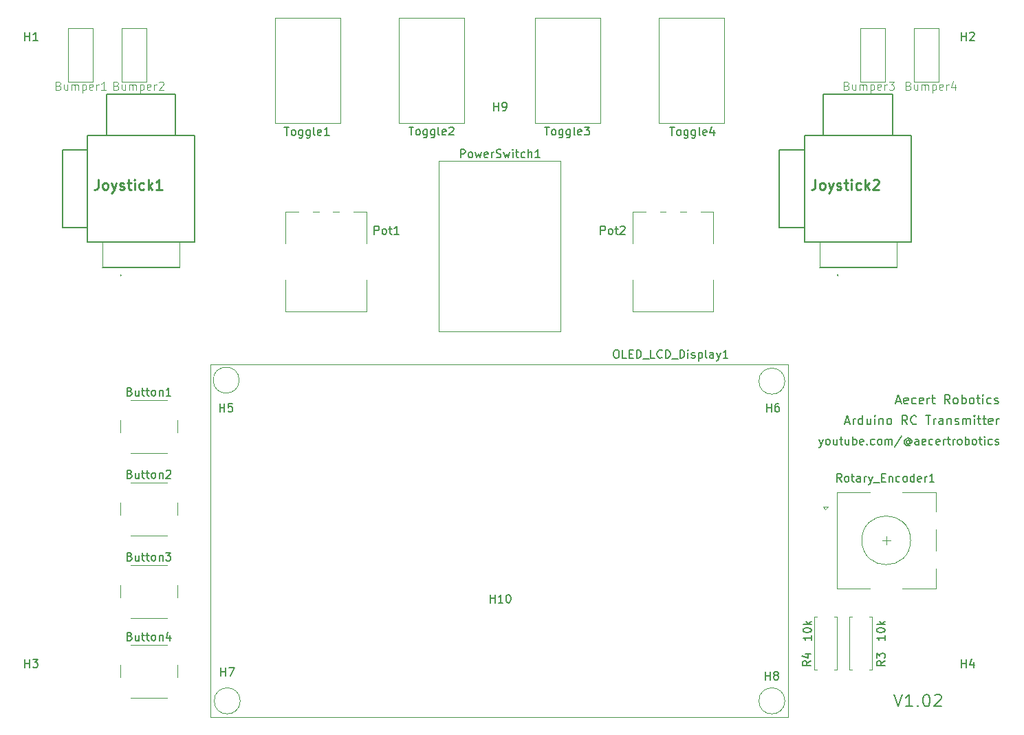
<source format=gbr>
%TF.GenerationSoftware,KiCad,Pcbnew,7.0.8*%
%TF.CreationDate,2023-11-22T02:38:27-05:00*%
%TF.ProjectId,RCTransmitterAecertRobotics,52435472-616e-4736-9d69-747465724165,rev?*%
%TF.SameCoordinates,Original*%
%TF.FileFunction,Legend,Top*%
%TF.FilePolarity,Positive*%
%FSLAX46Y46*%
G04 Gerber Fmt 4.6, Leading zero omitted, Abs format (unit mm)*
G04 Created by KiCad (PCBNEW 7.0.8) date 2023-11-22 02:38:27*
%MOMM*%
%LPD*%
G01*
G04 APERTURE LIST*
%ADD10C,0.130000*%
%ADD11C,0.150000*%
%ADD12C,0.254000*%
%ADD13C,0.100000*%
%ADD14C,0.200000*%
%ADD15C,0.120000*%
G04 APERTURE END LIST*
D10*
X180320757Y-106977192D02*
X180558852Y-107643859D01*
X180796947Y-106977192D02*
X180558852Y-107643859D01*
X180558852Y-107643859D02*
X180463614Y-107881954D01*
X180463614Y-107881954D02*
X180415995Y-107929573D01*
X180415995Y-107929573D02*
X180320757Y-107977192D01*
X181320757Y-107643859D02*
X181225519Y-107596240D01*
X181225519Y-107596240D02*
X181177900Y-107548620D01*
X181177900Y-107548620D02*
X181130281Y-107453382D01*
X181130281Y-107453382D02*
X181130281Y-107167668D01*
X181130281Y-107167668D02*
X181177900Y-107072430D01*
X181177900Y-107072430D02*
X181225519Y-107024811D01*
X181225519Y-107024811D02*
X181320757Y-106977192D01*
X181320757Y-106977192D02*
X181463614Y-106977192D01*
X181463614Y-106977192D02*
X181558852Y-107024811D01*
X181558852Y-107024811D02*
X181606471Y-107072430D01*
X181606471Y-107072430D02*
X181654090Y-107167668D01*
X181654090Y-107167668D02*
X181654090Y-107453382D01*
X181654090Y-107453382D02*
X181606471Y-107548620D01*
X181606471Y-107548620D02*
X181558852Y-107596240D01*
X181558852Y-107596240D02*
X181463614Y-107643859D01*
X181463614Y-107643859D02*
X181320757Y-107643859D01*
X182511233Y-106977192D02*
X182511233Y-107643859D01*
X182082662Y-106977192D02*
X182082662Y-107501001D01*
X182082662Y-107501001D02*
X182130281Y-107596240D01*
X182130281Y-107596240D02*
X182225519Y-107643859D01*
X182225519Y-107643859D02*
X182368376Y-107643859D01*
X182368376Y-107643859D02*
X182463614Y-107596240D01*
X182463614Y-107596240D02*
X182511233Y-107548620D01*
X182844567Y-106977192D02*
X183225519Y-106977192D01*
X182987424Y-106643859D02*
X182987424Y-107501001D01*
X182987424Y-107501001D02*
X183035043Y-107596240D01*
X183035043Y-107596240D02*
X183130281Y-107643859D01*
X183130281Y-107643859D02*
X183225519Y-107643859D01*
X183987424Y-106977192D02*
X183987424Y-107643859D01*
X183558853Y-106977192D02*
X183558853Y-107501001D01*
X183558853Y-107501001D02*
X183606472Y-107596240D01*
X183606472Y-107596240D02*
X183701710Y-107643859D01*
X183701710Y-107643859D02*
X183844567Y-107643859D01*
X183844567Y-107643859D02*
X183939805Y-107596240D01*
X183939805Y-107596240D02*
X183987424Y-107548620D01*
X184463615Y-107643859D02*
X184463615Y-106643859D01*
X184463615Y-107024811D02*
X184558853Y-106977192D01*
X184558853Y-106977192D02*
X184749329Y-106977192D01*
X184749329Y-106977192D02*
X184844567Y-107024811D01*
X184844567Y-107024811D02*
X184892186Y-107072430D01*
X184892186Y-107072430D02*
X184939805Y-107167668D01*
X184939805Y-107167668D02*
X184939805Y-107453382D01*
X184939805Y-107453382D02*
X184892186Y-107548620D01*
X184892186Y-107548620D02*
X184844567Y-107596240D01*
X184844567Y-107596240D02*
X184749329Y-107643859D01*
X184749329Y-107643859D02*
X184558853Y-107643859D01*
X184558853Y-107643859D02*
X184463615Y-107596240D01*
X185749329Y-107596240D02*
X185654091Y-107643859D01*
X185654091Y-107643859D02*
X185463615Y-107643859D01*
X185463615Y-107643859D02*
X185368377Y-107596240D01*
X185368377Y-107596240D02*
X185320758Y-107501001D01*
X185320758Y-107501001D02*
X185320758Y-107120049D01*
X185320758Y-107120049D02*
X185368377Y-107024811D01*
X185368377Y-107024811D02*
X185463615Y-106977192D01*
X185463615Y-106977192D02*
X185654091Y-106977192D01*
X185654091Y-106977192D02*
X185749329Y-107024811D01*
X185749329Y-107024811D02*
X185796948Y-107120049D01*
X185796948Y-107120049D02*
X185796948Y-107215287D01*
X185796948Y-107215287D02*
X185320758Y-107310525D01*
X186225520Y-107548620D02*
X186273139Y-107596240D01*
X186273139Y-107596240D02*
X186225520Y-107643859D01*
X186225520Y-107643859D02*
X186177901Y-107596240D01*
X186177901Y-107596240D02*
X186225520Y-107548620D01*
X186225520Y-107548620D02*
X186225520Y-107643859D01*
X187130281Y-107596240D02*
X187035043Y-107643859D01*
X187035043Y-107643859D02*
X186844567Y-107643859D01*
X186844567Y-107643859D02*
X186749329Y-107596240D01*
X186749329Y-107596240D02*
X186701710Y-107548620D01*
X186701710Y-107548620D02*
X186654091Y-107453382D01*
X186654091Y-107453382D02*
X186654091Y-107167668D01*
X186654091Y-107167668D02*
X186701710Y-107072430D01*
X186701710Y-107072430D02*
X186749329Y-107024811D01*
X186749329Y-107024811D02*
X186844567Y-106977192D01*
X186844567Y-106977192D02*
X187035043Y-106977192D01*
X187035043Y-106977192D02*
X187130281Y-107024811D01*
X187701710Y-107643859D02*
X187606472Y-107596240D01*
X187606472Y-107596240D02*
X187558853Y-107548620D01*
X187558853Y-107548620D02*
X187511234Y-107453382D01*
X187511234Y-107453382D02*
X187511234Y-107167668D01*
X187511234Y-107167668D02*
X187558853Y-107072430D01*
X187558853Y-107072430D02*
X187606472Y-107024811D01*
X187606472Y-107024811D02*
X187701710Y-106977192D01*
X187701710Y-106977192D02*
X187844567Y-106977192D01*
X187844567Y-106977192D02*
X187939805Y-107024811D01*
X187939805Y-107024811D02*
X187987424Y-107072430D01*
X187987424Y-107072430D02*
X188035043Y-107167668D01*
X188035043Y-107167668D02*
X188035043Y-107453382D01*
X188035043Y-107453382D02*
X187987424Y-107548620D01*
X187987424Y-107548620D02*
X187939805Y-107596240D01*
X187939805Y-107596240D02*
X187844567Y-107643859D01*
X187844567Y-107643859D02*
X187701710Y-107643859D01*
X188463615Y-107643859D02*
X188463615Y-106977192D01*
X188463615Y-107072430D02*
X188511234Y-107024811D01*
X188511234Y-107024811D02*
X188606472Y-106977192D01*
X188606472Y-106977192D02*
X188749329Y-106977192D01*
X188749329Y-106977192D02*
X188844567Y-107024811D01*
X188844567Y-107024811D02*
X188892186Y-107120049D01*
X188892186Y-107120049D02*
X188892186Y-107643859D01*
X188892186Y-107120049D02*
X188939805Y-107024811D01*
X188939805Y-107024811D02*
X189035043Y-106977192D01*
X189035043Y-106977192D02*
X189177900Y-106977192D01*
X189177900Y-106977192D02*
X189273139Y-107024811D01*
X189273139Y-107024811D02*
X189320758Y-107120049D01*
X189320758Y-107120049D02*
X189320758Y-107643859D01*
X190511233Y-106596240D02*
X189654091Y-107881954D01*
X191463614Y-107167668D02*
X191415995Y-107120049D01*
X191415995Y-107120049D02*
X191320757Y-107072430D01*
X191320757Y-107072430D02*
X191225519Y-107072430D01*
X191225519Y-107072430D02*
X191130281Y-107120049D01*
X191130281Y-107120049D02*
X191082662Y-107167668D01*
X191082662Y-107167668D02*
X191035043Y-107262906D01*
X191035043Y-107262906D02*
X191035043Y-107358144D01*
X191035043Y-107358144D02*
X191082662Y-107453382D01*
X191082662Y-107453382D02*
X191130281Y-107501001D01*
X191130281Y-107501001D02*
X191225519Y-107548620D01*
X191225519Y-107548620D02*
X191320757Y-107548620D01*
X191320757Y-107548620D02*
X191415995Y-107501001D01*
X191415995Y-107501001D02*
X191463614Y-107453382D01*
X191463614Y-107072430D02*
X191463614Y-107453382D01*
X191463614Y-107453382D02*
X191511233Y-107501001D01*
X191511233Y-107501001D02*
X191558852Y-107501001D01*
X191558852Y-107501001D02*
X191654091Y-107453382D01*
X191654091Y-107453382D02*
X191701710Y-107358144D01*
X191701710Y-107358144D02*
X191701710Y-107120049D01*
X191701710Y-107120049D02*
X191606472Y-106977192D01*
X191606472Y-106977192D02*
X191463614Y-106881954D01*
X191463614Y-106881954D02*
X191273138Y-106834335D01*
X191273138Y-106834335D02*
X191082662Y-106881954D01*
X191082662Y-106881954D02*
X190939805Y-106977192D01*
X190939805Y-106977192D02*
X190844567Y-107120049D01*
X190844567Y-107120049D02*
X190796948Y-107310525D01*
X190796948Y-107310525D02*
X190844567Y-107501001D01*
X190844567Y-107501001D02*
X190939805Y-107643859D01*
X190939805Y-107643859D02*
X191082662Y-107739097D01*
X191082662Y-107739097D02*
X191273138Y-107786716D01*
X191273138Y-107786716D02*
X191463614Y-107739097D01*
X191463614Y-107739097D02*
X191606472Y-107643859D01*
X192558852Y-107643859D02*
X192558852Y-107120049D01*
X192558852Y-107120049D02*
X192511233Y-107024811D01*
X192511233Y-107024811D02*
X192415995Y-106977192D01*
X192415995Y-106977192D02*
X192225519Y-106977192D01*
X192225519Y-106977192D02*
X192130281Y-107024811D01*
X192558852Y-107596240D02*
X192463614Y-107643859D01*
X192463614Y-107643859D02*
X192225519Y-107643859D01*
X192225519Y-107643859D02*
X192130281Y-107596240D01*
X192130281Y-107596240D02*
X192082662Y-107501001D01*
X192082662Y-107501001D02*
X192082662Y-107405763D01*
X192082662Y-107405763D02*
X192130281Y-107310525D01*
X192130281Y-107310525D02*
X192225519Y-107262906D01*
X192225519Y-107262906D02*
X192463614Y-107262906D01*
X192463614Y-107262906D02*
X192558852Y-107215287D01*
X193415995Y-107596240D02*
X193320757Y-107643859D01*
X193320757Y-107643859D02*
X193130281Y-107643859D01*
X193130281Y-107643859D02*
X193035043Y-107596240D01*
X193035043Y-107596240D02*
X192987424Y-107501001D01*
X192987424Y-107501001D02*
X192987424Y-107120049D01*
X192987424Y-107120049D02*
X193035043Y-107024811D01*
X193035043Y-107024811D02*
X193130281Y-106977192D01*
X193130281Y-106977192D02*
X193320757Y-106977192D01*
X193320757Y-106977192D02*
X193415995Y-107024811D01*
X193415995Y-107024811D02*
X193463614Y-107120049D01*
X193463614Y-107120049D02*
X193463614Y-107215287D01*
X193463614Y-107215287D02*
X192987424Y-107310525D01*
X194320757Y-107596240D02*
X194225519Y-107643859D01*
X194225519Y-107643859D02*
X194035043Y-107643859D01*
X194035043Y-107643859D02*
X193939805Y-107596240D01*
X193939805Y-107596240D02*
X193892186Y-107548620D01*
X193892186Y-107548620D02*
X193844567Y-107453382D01*
X193844567Y-107453382D02*
X193844567Y-107167668D01*
X193844567Y-107167668D02*
X193892186Y-107072430D01*
X193892186Y-107072430D02*
X193939805Y-107024811D01*
X193939805Y-107024811D02*
X194035043Y-106977192D01*
X194035043Y-106977192D02*
X194225519Y-106977192D01*
X194225519Y-106977192D02*
X194320757Y-107024811D01*
X195130281Y-107596240D02*
X195035043Y-107643859D01*
X195035043Y-107643859D02*
X194844567Y-107643859D01*
X194844567Y-107643859D02*
X194749329Y-107596240D01*
X194749329Y-107596240D02*
X194701710Y-107501001D01*
X194701710Y-107501001D02*
X194701710Y-107120049D01*
X194701710Y-107120049D02*
X194749329Y-107024811D01*
X194749329Y-107024811D02*
X194844567Y-106977192D01*
X194844567Y-106977192D02*
X195035043Y-106977192D01*
X195035043Y-106977192D02*
X195130281Y-107024811D01*
X195130281Y-107024811D02*
X195177900Y-107120049D01*
X195177900Y-107120049D02*
X195177900Y-107215287D01*
X195177900Y-107215287D02*
X194701710Y-107310525D01*
X195606472Y-107643859D02*
X195606472Y-106977192D01*
X195606472Y-107167668D02*
X195654091Y-107072430D01*
X195654091Y-107072430D02*
X195701710Y-107024811D01*
X195701710Y-107024811D02*
X195796948Y-106977192D01*
X195796948Y-106977192D02*
X195892186Y-106977192D01*
X196082663Y-106977192D02*
X196463615Y-106977192D01*
X196225520Y-106643859D02*
X196225520Y-107501001D01*
X196225520Y-107501001D02*
X196273139Y-107596240D01*
X196273139Y-107596240D02*
X196368377Y-107643859D01*
X196368377Y-107643859D02*
X196463615Y-107643859D01*
X196796949Y-107643859D02*
X196796949Y-106977192D01*
X196796949Y-107167668D02*
X196844568Y-107072430D01*
X196844568Y-107072430D02*
X196892187Y-107024811D01*
X196892187Y-107024811D02*
X196987425Y-106977192D01*
X196987425Y-106977192D02*
X197082663Y-106977192D01*
X197558854Y-107643859D02*
X197463616Y-107596240D01*
X197463616Y-107596240D02*
X197415997Y-107548620D01*
X197415997Y-107548620D02*
X197368378Y-107453382D01*
X197368378Y-107453382D02*
X197368378Y-107167668D01*
X197368378Y-107167668D02*
X197415997Y-107072430D01*
X197415997Y-107072430D02*
X197463616Y-107024811D01*
X197463616Y-107024811D02*
X197558854Y-106977192D01*
X197558854Y-106977192D02*
X197701711Y-106977192D01*
X197701711Y-106977192D02*
X197796949Y-107024811D01*
X197796949Y-107024811D02*
X197844568Y-107072430D01*
X197844568Y-107072430D02*
X197892187Y-107167668D01*
X197892187Y-107167668D02*
X197892187Y-107453382D01*
X197892187Y-107453382D02*
X197844568Y-107548620D01*
X197844568Y-107548620D02*
X197796949Y-107596240D01*
X197796949Y-107596240D02*
X197701711Y-107643859D01*
X197701711Y-107643859D02*
X197558854Y-107643859D01*
X198320759Y-107643859D02*
X198320759Y-106643859D01*
X198320759Y-107024811D02*
X198415997Y-106977192D01*
X198415997Y-106977192D02*
X198606473Y-106977192D01*
X198606473Y-106977192D02*
X198701711Y-107024811D01*
X198701711Y-107024811D02*
X198749330Y-107072430D01*
X198749330Y-107072430D02*
X198796949Y-107167668D01*
X198796949Y-107167668D02*
X198796949Y-107453382D01*
X198796949Y-107453382D02*
X198749330Y-107548620D01*
X198749330Y-107548620D02*
X198701711Y-107596240D01*
X198701711Y-107596240D02*
X198606473Y-107643859D01*
X198606473Y-107643859D02*
X198415997Y-107643859D01*
X198415997Y-107643859D02*
X198320759Y-107596240D01*
X199368378Y-107643859D02*
X199273140Y-107596240D01*
X199273140Y-107596240D02*
X199225521Y-107548620D01*
X199225521Y-107548620D02*
X199177902Y-107453382D01*
X199177902Y-107453382D02*
X199177902Y-107167668D01*
X199177902Y-107167668D02*
X199225521Y-107072430D01*
X199225521Y-107072430D02*
X199273140Y-107024811D01*
X199273140Y-107024811D02*
X199368378Y-106977192D01*
X199368378Y-106977192D02*
X199511235Y-106977192D01*
X199511235Y-106977192D02*
X199606473Y-107024811D01*
X199606473Y-107024811D02*
X199654092Y-107072430D01*
X199654092Y-107072430D02*
X199701711Y-107167668D01*
X199701711Y-107167668D02*
X199701711Y-107453382D01*
X199701711Y-107453382D02*
X199654092Y-107548620D01*
X199654092Y-107548620D02*
X199606473Y-107596240D01*
X199606473Y-107596240D02*
X199511235Y-107643859D01*
X199511235Y-107643859D02*
X199368378Y-107643859D01*
X199987426Y-106977192D02*
X200368378Y-106977192D01*
X200130283Y-106643859D02*
X200130283Y-107501001D01*
X200130283Y-107501001D02*
X200177902Y-107596240D01*
X200177902Y-107596240D02*
X200273140Y-107643859D01*
X200273140Y-107643859D02*
X200368378Y-107643859D01*
X200701712Y-107643859D02*
X200701712Y-106977192D01*
X200701712Y-106643859D02*
X200654093Y-106691478D01*
X200654093Y-106691478D02*
X200701712Y-106739097D01*
X200701712Y-106739097D02*
X200749331Y-106691478D01*
X200749331Y-106691478D02*
X200701712Y-106643859D01*
X200701712Y-106643859D02*
X200701712Y-106739097D01*
X201606473Y-107596240D02*
X201511235Y-107643859D01*
X201511235Y-107643859D02*
X201320759Y-107643859D01*
X201320759Y-107643859D02*
X201225521Y-107596240D01*
X201225521Y-107596240D02*
X201177902Y-107548620D01*
X201177902Y-107548620D02*
X201130283Y-107453382D01*
X201130283Y-107453382D02*
X201130283Y-107167668D01*
X201130283Y-107167668D02*
X201177902Y-107072430D01*
X201177902Y-107072430D02*
X201225521Y-107024811D01*
X201225521Y-107024811D02*
X201320759Y-106977192D01*
X201320759Y-106977192D02*
X201511235Y-106977192D01*
X201511235Y-106977192D02*
X201606473Y-107024811D01*
X201987426Y-107596240D02*
X202082664Y-107643859D01*
X202082664Y-107643859D02*
X202273140Y-107643859D01*
X202273140Y-107643859D02*
X202368378Y-107596240D01*
X202368378Y-107596240D02*
X202415997Y-107501001D01*
X202415997Y-107501001D02*
X202415997Y-107453382D01*
X202415997Y-107453382D02*
X202368378Y-107358144D01*
X202368378Y-107358144D02*
X202273140Y-107310525D01*
X202273140Y-107310525D02*
X202130283Y-107310525D01*
X202130283Y-107310525D02*
X202035045Y-107262906D01*
X202035045Y-107262906D02*
X201987426Y-107167668D01*
X201987426Y-107167668D02*
X201987426Y-107120049D01*
X201987426Y-107120049D02*
X202035045Y-107024811D01*
X202035045Y-107024811D02*
X202130283Y-106977192D01*
X202130283Y-106977192D02*
X202273140Y-106977192D01*
X202273140Y-106977192D02*
X202368378Y-107024811D01*
D11*
X189812365Y-102294795D02*
X190336175Y-102294795D01*
X189707603Y-102609080D02*
X190074270Y-101509080D01*
X190074270Y-101509080D02*
X190440937Y-102609080D01*
X191226651Y-102556700D02*
X191121889Y-102609080D01*
X191121889Y-102609080D02*
X190912365Y-102609080D01*
X190912365Y-102609080D02*
X190807603Y-102556700D01*
X190807603Y-102556700D02*
X190755222Y-102451938D01*
X190755222Y-102451938D02*
X190755222Y-102032890D01*
X190755222Y-102032890D02*
X190807603Y-101928128D01*
X190807603Y-101928128D02*
X190912365Y-101875747D01*
X190912365Y-101875747D02*
X191121889Y-101875747D01*
X191121889Y-101875747D02*
X191226651Y-101928128D01*
X191226651Y-101928128D02*
X191279032Y-102032890D01*
X191279032Y-102032890D02*
X191279032Y-102137652D01*
X191279032Y-102137652D02*
X190755222Y-102242414D01*
X192221889Y-102556700D02*
X192117127Y-102609080D01*
X192117127Y-102609080D02*
X191907603Y-102609080D01*
X191907603Y-102609080D02*
X191802841Y-102556700D01*
X191802841Y-102556700D02*
X191750460Y-102504319D01*
X191750460Y-102504319D02*
X191698079Y-102399557D01*
X191698079Y-102399557D02*
X191698079Y-102085271D01*
X191698079Y-102085271D02*
X191750460Y-101980509D01*
X191750460Y-101980509D02*
X191802841Y-101928128D01*
X191802841Y-101928128D02*
X191907603Y-101875747D01*
X191907603Y-101875747D02*
X192117127Y-101875747D01*
X192117127Y-101875747D02*
X192221889Y-101928128D01*
X193112365Y-102556700D02*
X193007603Y-102609080D01*
X193007603Y-102609080D02*
X192798079Y-102609080D01*
X192798079Y-102609080D02*
X192693317Y-102556700D01*
X192693317Y-102556700D02*
X192640936Y-102451938D01*
X192640936Y-102451938D02*
X192640936Y-102032890D01*
X192640936Y-102032890D02*
X192693317Y-101928128D01*
X192693317Y-101928128D02*
X192798079Y-101875747D01*
X192798079Y-101875747D02*
X193007603Y-101875747D01*
X193007603Y-101875747D02*
X193112365Y-101928128D01*
X193112365Y-101928128D02*
X193164746Y-102032890D01*
X193164746Y-102032890D02*
X193164746Y-102137652D01*
X193164746Y-102137652D02*
X192640936Y-102242414D01*
X193636174Y-102609080D02*
X193636174Y-101875747D01*
X193636174Y-102085271D02*
X193688555Y-101980509D01*
X193688555Y-101980509D02*
X193740936Y-101928128D01*
X193740936Y-101928128D02*
X193845698Y-101875747D01*
X193845698Y-101875747D02*
X193950460Y-101875747D01*
X194159983Y-101875747D02*
X194579031Y-101875747D01*
X194317126Y-101509080D02*
X194317126Y-102451938D01*
X194317126Y-102451938D02*
X194369507Y-102556700D01*
X194369507Y-102556700D02*
X194474269Y-102609080D01*
X194474269Y-102609080D02*
X194579031Y-102609080D01*
X196412364Y-102609080D02*
X196045697Y-102085271D01*
X195783792Y-102609080D02*
X195783792Y-101509080D01*
X195783792Y-101509080D02*
X196202840Y-101509080D01*
X196202840Y-101509080D02*
X196307602Y-101561461D01*
X196307602Y-101561461D02*
X196359983Y-101613842D01*
X196359983Y-101613842D02*
X196412364Y-101718604D01*
X196412364Y-101718604D02*
X196412364Y-101875747D01*
X196412364Y-101875747D02*
X196359983Y-101980509D01*
X196359983Y-101980509D02*
X196307602Y-102032890D01*
X196307602Y-102032890D02*
X196202840Y-102085271D01*
X196202840Y-102085271D02*
X195783792Y-102085271D01*
X197040935Y-102609080D02*
X196936173Y-102556700D01*
X196936173Y-102556700D02*
X196883792Y-102504319D01*
X196883792Y-102504319D02*
X196831411Y-102399557D01*
X196831411Y-102399557D02*
X196831411Y-102085271D01*
X196831411Y-102085271D02*
X196883792Y-101980509D01*
X196883792Y-101980509D02*
X196936173Y-101928128D01*
X196936173Y-101928128D02*
X197040935Y-101875747D01*
X197040935Y-101875747D02*
X197198078Y-101875747D01*
X197198078Y-101875747D02*
X197302840Y-101928128D01*
X197302840Y-101928128D02*
X197355221Y-101980509D01*
X197355221Y-101980509D02*
X197407602Y-102085271D01*
X197407602Y-102085271D02*
X197407602Y-102399557D01*
X197407602Y-102399557D02*
X197355221Y-102504319D01*
X197355221Y-102504319D02*
X197302840Y-102556700D01*
X197302840Y-102556700D02*
X197198078Y-102609080D01*
X197198078Y-102609080D02*
X197040935Y-102609080D01*
X197879030Y-102609080D02*
X197879030Y-101509080D01*
X197879030Y-101928128D02*
X197983792Y-101875747D01*
X197983792Y-101875747D02*
X198193316Y-101875747D01*
X198193316Y-101875747D02*
X198298078Y-101928128D01*
X198298078Y-101928128D02*
X198350459Y-101980509D01*
X198350459Y-101980509D02*
X198402840Y-102085271D01*
X198402840Y-102085271D02*
X198402840Y-102399557D01*
X198402840Y-102399557D02*
X198350459Y-102504319D01*
X198350459Y-102504319D02*
X198298078Y-102556700D01*
X198298078Y-102556700D02*
X198193316Y-102609080D01*
X198193316Y-102609080D02*
X197983792Y-102609080D01*
X197983792Y-102609080D02*
X197879030Y-102556700D01*
X199031411Y-102609080D02*
X198926649Y-102556700D01*
X198926649Y-102556700D02*
X198874268Y-102504319D01*
X198874268Y-102504319D02*
X198821887Y-102399557D01*
X198821887Y-102399557D02*
X198821887Y-102085271D01*
X198821887Y-102085271D02*
X198874268Y-101980509D01*
X198874268Y-101980509D02*
X198926649Y-101928128D01*
X198926649Y-101928128D02*
X199031411Y-101875747D01*
X199031411Y-101875747D02*
X199188554Y-101875747D01*
X199188554Y-101875747D02*
X199293316Y-101928128D01*
X199293316Y-101928128D02*
X199345697Y-101980509D01*
X199345697Y-101980509D02*
X199398078Y-102085271D01*
X199398078Y-102085271D02*
X199398078Y-102399557D01*
X199398078Y-102399557D02*
X199345697Y-102504319D01*
X199345697Y-102504319D02*
X199293316Y-102556700D01*
X199293316Y-102556700D02*
X199188554Y-102609080D01*
X199188554Y-102609080D02*
X199031411Y-102609080D01*
X199712363Y-101875747D02*
X200131411Y-101875747D01*
X199869506Y-101509080D02*
X199869506Y-102451938D01*
X199869506Y-102451938D02*
X199921887Y-102556700D01*
X199921887Y-102556700D02*
X200026649Y-102609080D01*
X200026649Y-102609080D02*
X200131411Y-102609080D01*
X200498077Y-102609080D02*
X200498077Y-101875747D01*
X200498077Y-101509080D02*
X200445696Y-101561461D01*
X200445696Y-101561461D02*
X200498077Y-101613842D01*
X200498077Y-101613842D02*
X200550458Y-101561461D01*
X200550458Y-101561461D02*
X200498077Y-101509080D01*
X200498077Y-101509080D02*
X200498077Y-101613842D01*
X201493316Y-102556700D02*
X201388554Y-102609080D01*
X201388554Y-102609080D02*
X201179030Y-102609080D01*
X201179030Y-102609080D02*
X201074268Y-102556700D01*
X201074268Y-102556700D02*
X201021887Y-102504319D01*
X201021887Y-102504319D02*
X200969506Y-102399557D01*
X200969506Y-102399557D02*
X200969506Y-102085271D01*
X200969506Y-102085271D02*
X201021887Y-101980509D01*
X201021887Y-101980509D02*
X201074268Y-101928128D01*
X201074268Y-101928128D02*
X201179030Y-101875747D01*
X201179030Y-101875747D02*
X201388554Y-101875747D01*
X201388554Y-101875747D02*
X201493316Y-101928128D01*
X201912363Y-102556700D02*
X202017125Y-102609080D01*
X202017125Y-102609080D02*
X202226649Y-102609080D01*
X202226649Y-102609080D02*
X202331411Y-102556700D01*
X202331411Y-102556700D02*
X202383792Y-102451938D01*
X202383792Y-102451938D02*
X202383792Y-102399557D01*
X202383792Y-102399557D02*
X202331411Y-102294795D01*
X202331411Y-102294795D02*
X202226649Y-102242414D01*
X202226649Y-102242414D02*
X202069506Y-102242414D01*
X202069506Y-102242414D02*
X201964744Y-102190033D01*
X201964744Y-102190033D02*
X201912363Y-102085271D01*
X201912363Y-102085271D02*
X201912363Y-102032890D01*
X201912363Y-102032890D02*
X201964744Y-101928128D01*
X201964744Y-101928128D02*
X202069506Y-101875747D01*
X202069506Y-101875747D02*
X202226649Y-101875747D01*
X202226649Y-101875747D02*
X202331411Y-101928128D01*
X183526651Y-104834795D02*
X184050461Y-104834795D01*
X183421889Y-105149080D02*
X183788556Y-104049080D01*
X183788556Y-104049080D02*
X184155223Y-105149080D01*
X184521889Y-105149080D02*
X184521889Y-104415747D01*
X184521889Y-104625271D02*
X184574270Y-104520509D01*
X184574270Y-104520509D02*
X184626651Y-104468128D01*
X184626651Y-104468128D02*
X184731413Y-104415747D01*
X184731413Y-104415747D02*
X184836175Y-104415747D01*
X185674270Y-105149080D02*
X185674270Y-104049080D01*
X185674270Y-105096700D02*
X185569508Y-105149080D01*
X185569508Y-105149080D02*
X185359984Y-105149080D01*
X185359984Y-105149080D02*
X185255222Y-105096700D01*
X185255222Y-105096700D02*
X185202841Y-105044319D01*
X185202841Y-105044319D02*
X185150460Y-104939557D01*
X185150460Y-104939557D02*
X185150460Y-104625271D01*
X185150460Y-104625271D02*
X185202841Y-104520509D01*
X185202841Y-104520509D02*
X185255222Y-104468128D01*
X185255222Y-104468128D02*
X185359984Y-104415747D01*
X185359984Y-104415747D02*
X185569508Y-104415747D01*
X185569508Y-104415747D02*
X185674270Y-104468128D01*
X186669508Y-104415747D02*
X186669508Y-105149080D01*
X186198079Y-104415747D02*
X186198079Y-104991938D01*
X186198079Y-104991938D02*
X186250460Y-105096700D01*
X186250460Y-105096700D02*
X186355222Y-105149080D01*
X186355222Y-105149080D02*
X186512365Y-105149080D01*
X186512365Y-105149080D02*
X186617127Y-105096700D01*
X186617127Y-105096700D02*
X186669508Y-105044319D01*
X187193317Y-105149080D02*
X187193317Y-104415747D01*
X187193317Y-104049080D02*
X187140936Y-104101461D01*
X187140936Y-104101461D02*
X187193317Y-104153842D01*
X187193317Y-104153842D02*
X187245698Y-104101461D01*
X187245698Y-104101461D02*
X187193317Y-104049080D01*
X187193317Y-104049080D02*
X187193317Y-104153842D01*
X187717127Y-104415747D02*
X187717127Y-105149080D01*
X187717127Y-104520509D02*
X187769508Y-104468128D01*
X187769508Y-104468128D02*
X187874270Y-104415747D01*
X187874270Y-104415747D02*
X188031413Y-104415747D01*
X188031413Y-104415747D02*
X188136175Y-104468128D01*
X188136175Y-104468128D02*
X188188556Y-104572890D01*
X188188556Y-104572890D02*
X188188556Y-105149080D01*
X188869508Y-105149080D02*
X188764746Y-105096700D01*
X188764746Y-105096700D02*
X188712365Y-105044319D01*
X188712365Y-105044319D02*
X188659984Y-104939557D01*
X188659984Y-104939557D02*
X188659984Y-104625271D01*
X188659984Y-104625271D02*
X188712365Y-104520509D01*
X188712365Y-104520509D02*
X188764746Y-104468128D01*
X188764746Y-104468128D02*
X188869508Y-104415747D01*
X188869508Y-104415747D02*
X189026651Y-104415747D01*
X189026651Y-104415747D02*
X189131413Y-104468128D01*
X189131413Y-104468128D02*
X189183794Y-104520509D01*
X189183794Y-104520509D02*
X189236175Y-104625271D01*
X189236175Y-104625271D02*
X189236175Y-104939557D01*
X189236175Y-104939557D02*
X189183794Y-105044319D01*
X189183794Y-105044319D02*
X189131413Y-105096700D01*
X189131413Y-105096700D02*
X189026651Y-105149080D01*
X189026651Y-105149080D02*
X188869508Y-105149080D01*
X191174270Y-105149080D02*
X190807603Y-104625271D01*
X190545698Y-105149080D02*
X190545698Y-104049080D01*
X190545698Y-104049080D02*
X190964746Y-104049080D01*
X190964746Y-104049080D02*
X191069508Y-104101461D01*
X191069508Y-104101461D02*
X191121889Y-104153842D01*
X191121889Y-104153842D02*
X191174270Y-104258604D01*
X191174270Y-104258604D02*
X191174270Y-104415747D01*
X191174270Y-104415747D02*
X191121889Y-104520509D01*
X191121889Y-104520509D02*
X191069508Y-104572890D01*
X191069508Y-104572890D02*
X190964746Y-104625271D01*
X190964746Y-104625271D02*
X190545698Y-104625271D01*
X192274270Y-105044319D02*
X192221889Y-105096700D01*
X192221889Y-105096700D02*
X192064746Y-105149080D01*
X192064746Y-105149080D02*
X191959984Y-105149080D01*
X191959984Y-105149080D02*
X191802841Y-105096700D01*
X191802841Y-105096700D02*
X191698079Y-104991938D01*
X191698079Y-104991938D02*
X191645698Y-104887176D01*
X191645698Y-104887176D02*
X191593317Y-104677652D01*
X191593317Y-104677652D02*
X191593317Y-104520509D01*
X191593317Y-104520509D02*
X191645698Y-104310985D01*
X191645698Y-104310985D02*
X191698079Y-104206223D01*
X191698079Y-104206223D02*
X191802841Y-104101461D01*
X191802841Y-104101461D02*
X191959984Y-104049080D01*
X191959984Y-104049080D02*
X192064746Y-104049080D01*
X192064746Y-104049080D02*
X192221889Y-104101461D01*
X192221889Y-104101461D02*
X192274270Y-104153842D01*
X193426650Y-104049080D02*
X194055222Y-104049080D01*
X193740936Y-105149080D02*
X193740936Y-104049080D01*
X194421888Y-105149080D02*
X194421888Y-104415747D01*
X194421888Y-104625271D02*
X194474269Y-104520509D01*
X194474269Y-104520509D02*
X194526650Y-104468128D01*
X194526650Y-104468128D02*
X194631412Y-104415747D01*
X194631412Y-104415747D02*
X194736174Y-104415747D01*
X195574269Y-105149080D02*
X195574269Y-104572890D01*
X195574269Y-104572890D02*
X195521888Y-104468128D01*
X195521888Y-104468128D02*
X195417126Y-104415747D01*
X195417126Y-104415747D02*
X195207602Y-104415747D01*
X195207602Y-104415747D02*
X195102840Y-104468128D01*
X195574269Y-105096700D02*
X195469507Y-105149080D01*
X195469507Y-105149080D02*
X195207602Y-105149080D01*
X195207602Y-105149080D02*
X195102840Y-105096700D01*
X195102840Y-105096700D02*
X195050459Y-104991938D01*
X195050459Y-104991938D02*
X195050459Y-104887176D01*
X195050459Y-104887176D02*
X195102840Y-104782414D01*
X195102840Y-104782414D02*
X195207602Y-104730033D01*
X195207602Y-104730033D02*
X195469507Y-104730033D01*
X195469507Y-104730033D02*
X195574269Y-104677652D01*
X196098078Y-104415747D02*
X196098078Y-105149080D01*
X196098078Y-104520509D02*
X196150459Y-104468128D01*
X196150459Y-104468128D02*
X196255221Y-104415747D01*
X196255221Y-104415747D02*
X196412364Y-104415747D01*
X196412364Y-104415747D02*
X196517126Y-104468128D01*
X196517126Y-104468128D02*
X196569507Y-104572890D01*
X196569507Y-104572890D02*
X196569507Y-105149080D01*
X197040935Y-105096700D02*
X197145697Y-105149080D01*
X197145697Y-105149080D02*
X197355221Y-105149080D01*
X197355221Y-105149080D02*
X197459983Y-105096700D01*
X197459983Y-105096700D02*
X197512364Y-104991938D01*
X197512364Y-104991938D02*
X197512364Y-104939557D01*
X197512364Y-104939557D02*
X197459983Y-104834795D01*
X197459983Y-104834795D02*
X197355221Y-104782414D01*
X197355221Y-104782414D02*
X197198078Y-104782414D01*
X197198078Y-104782414D02*
X197093316Y-104730033D01*
X197093316Y-104730033D02*
X197040935Y-104625271D01*
X197040935Y-104625271D02*
X197040935Y-104572890D01*
X197040935Y-104572890D02*
X197093316Y-104468128D01*
X197093316Y-104468128D02*
X197198078Y-104415747D01*
X197198078Y-104415747D02*
X197355221Y-104415747D01*
X197355221Y-104415747D02*
X197459983Y-104468128D01*
X197983792Y-105149080D02*
X197983792Y-104415747D01*
X197983792Y-104520509D02*
X198036173Y-104468128D01*
X198036173Y-104468128D02*
X198140935Y-104415747D01*
X198140935Y-104415747D02*
X198298078Y-104415747D01*
X198298078Y-104415747D02*
X198402840Y-104468128D01*
X198402840Y-104468128D02*
X198455221Y-104572890D01*
X198455221Y-104572890D02*
X198455221Y-105149080D01*
X198455221Y-104572890D02*
X198507602Y-104468128D01*
X198507602Y-104468128D02*
X198612364Y-104415747D01*
X198612364Y-104415747D02*
X198769507Y-104415747D01*
X198769507Y-104415747D02*
X198874268Y-104468128D01*
X198874268Y-104468128D02*
X198926649Y-104572890D01*
X198926649Y-104572890D02*
X198926649Y-105149080D01*
X199450459Y-105149080D02*
X199450459Y-104415747D01*
X199450459Y-104049080D02*
X199398078Y-104101461D01*
X199398078Y-104101461D02*
X199450459Y-104153842D01*
X199450459Y-104153842D02*
X199502840Y-104101461D01*
X199502840Y-104101461D02*
X199450459Y-104049080D01*
X199450459Y-104049080D02*
X199450459Y-104153842D01*
X199817126Y-104415747D02*
X200236174Y-104415747D01*
X199974269Y-104049080D02*
X199974269Y-104991938D01*
X199974269Y-104991938D02*
X200026650Y-105096700D01*
X200026650Y-105096700D02*
X200131412Y-105149080D01*
X200131412Y-105149080D02*
X200236174Y-105149080D01*
X200445697Y-104415747D02*
X200864745Y-104415747D01*
X200602840Y-104049080D02*
X200602840Y-104991938D01*
X200602840Y-104991938D02*
X200655221Y-105096700D01*
X200655221Y-105096700D02*
X200759983Y-105149080D01*
X200759983Y-105149080D02*
X200864745Y-105149080D01*
X201650459Y-105096700D02*
X201545697Y-105149080D01*
X201545697Y-105149080D02*
X201336173Y-105149080D01*
X201336173Y-105149080D02*
X201231411Y-105096700D01*
X201231411Y-105096700D02*
X201179030Y-104991938D01*
X201179030Y-104991938D02*
X201179030Y-104572890D01*
X201179030Y-104572890D02*
X201231411Y-104468128D01*
X201231411Y-104468128D02*
X201336173Y-104415747D01*
X201336173Y-104415747D02*
X201545697Y-104415747D01*
X201545697Y-104415747D02*
X201650459Y-104468128D01*
X201650459Y-104468128D02*
X201702840Y-104572890D01*
X201702840Y-104572890D02*
X201702840Y-104677652D01*
X201702840Y-104677652D02*
X201179030Y-104782414D01*
X202174268Y-105149080D02*
X202174268Y-104415747D01*
X202174268Y-104625271D02*
X202226649Y-104520509D01*
X202226649Y-104520509D02*
X202279030Y-104468128D01*
X202279030Y-104468128D02*
X202383792Y-104415747D01*
X202383792Y-104415747D02*
X202488554Y-104415747D01*
X189532001Y-138378128D02*
X190032001Y-139878128D01*
X190032001Y-139878128D02*
X190532001Y-138378128D01*
X191817715Y-139878128D02*
X190960572Y-139878128D01*
X191389143Y-139878128D02*
X191389143Y-138378128D01*
X191389143Y-138378128D02*
X191246286Y-138592414D01*
X191246286Y-138592414D02*
X191103429Y-138735271D01*
X191103429Y-138735271D02*
X190960572Y-138806700D01*
X192460571Y-139735271D02*
X192532000Y-139806700D01*
X192532000Y-139806700D02*
X192460571Y-139878128D01*
X192460571Y-139878128D02*
X192389143Y-139806700D01*
X192389143Y-139806700D02*
X192460571Y-139735271D01*
X192460571Y-139735271D02*
X192460571Y-139878128D01*
X193460572Y-138378128D02*
X193603429Y-138378128D01*
X193603429Y-138378128D02*
X193746286Y-138449557D01*
X193746286Y-138449557D02*
X193817715Y-138520985D01*
X193817715Y-138520985D02*
X193889143Y-138663842D01*
X193889143Y-138663842D02*
X193960572Y-138949557D01*
X193960572Y-138949557D02*
X193960572Y-139306700D01*
X193960572Y-139306700D02*
X193889143Y-139592414D01*
X193889143Y-139592414D02*
X193817715Y-139735271D01*
X193817715Y-139735271D02*
X193746286Y-139806700D01*
X193746286Y-139806700D02*
X193603429Y-139878128D01*
X193603429Y-139878128D02*
X193460572Y-139878128D01*
X193460572Y-139878128D02*
X193317715Y-139806700D01*
X193317715Y-139806700D02*
X193246286Y-139735271D01*
X193246286Y-139735271D02*
X193174857Y-139592414D01*
X193174857Y-139592414D02*
X193103429Y-139306700D01*
X193103429Y-139306700D02*
X193103429Y-138949557D01*
X193103429Y-138949557D02*
X193174857Y-138663842D01*
X193174857Y-138663842D02*
X193246286Y-138520985D01*
X193246286Y-138520985D02*
X193317715Y-138449557D01*
X193317715Y-138449557D02*
X193460572Y-138378128D01*
X194532000Y-138520985D02*
X194603428Y-138449557D01*
X194603428Y-138449557D02*
X194746286Y-138378128D01*
X194746286Y-138378128D02*
X195103428Y-138378128D01*
X195103428Y-138378128D02*
X195246286Y-138449557D01*
X195246286Y-138449557D02*
X195317714Y-138520985D01*
X195317714Y-138520985D02*
X195389143Y-138663842D01*
X195389143Y-138663842D02*
X195389143Y-138806700D01*
X195389143Y-138806700D02*
X195317714Y-139020985D01*
X195317714Y-139020985D02*
X194460571Y-139878128D01*
X194460571Y-139878128D02*
X195389143Y-139878128D01*
D12*
X179822715Y-74979318D02*
X179822715Y-75886461D01*
X179822715Y-75886461D02*
X179762238Y-76067889D01*
X179762238Y-76067889D02*
X179641286Y-76188842D01*
X179641286Y-76188842D02*
X179459857Y-76249318D01*
X179459857Y-76249318D02*
X179338905Y-76249318D01*
X180608905Y-76249318D02*
X180487953Y-76188842D01*
X180487953Y-76188842D02*
X180427476Y-76128365D01*
X180427476Y-76128365D02*
X180367000Y-76007413D01*
X180367000Y-76007413D02*
X180367000Y-75644556D01*
X180367000Y-75644556D02*
X180427476Y-75523603D01*
X180427476Y-75523603D02*
X180487953Y-75463127D01*
X180487953Y-75463127D02*
X180608905Y-75402651D01*
X180608905Y-75402651D02*
X180790334Y-75402651D01*
X180790334Y-75402651D02*
X180911286Y-75463127D01*
X180911286Y-75463127D02*
X180971762Y-75523603D01*
X180971762Y-75523603D02*
X181032238Y-75644556D01*
X181032238Y-75644556D02*
X181032238Y-76007413D01*
X181032238Y-76007413D02*
X180971762Y-76128365D01*
X180971762Y-76128365D02*
X180911286Y-76188842D01*
X180911286Y-76188842D02*
X180790334Y-76249318D01*
X180790334Y-76249318D02*
X180608905Y-76249318D01*
X181455572Y-75402651D02*
X181757953Y-76249318D01*
X182060334Y-75402651D02*
X181757953Y-76249318D01*
X181757953Y-76249318D02*
X181637001Y-76551699D01*
X181637001Y-76551699D02*
X181576524Y-76612175D01*
X181576524Y-76612175D02*
X181455572Y-76672651D01*
X182483667Y-76188842D02*
X182604620Y-76249318D01*
X182604620Y-76249318D02*
X182846524Y-76249318D01*
X182846524Y-76249318D02*
X182967477Y-76188842D01*
X182967477Y-76188842D02*
X183027953Y-76067889D01*
X183027953Y-76067889D02*
X183027953Y-76007413D01*
X183027953Y-76007413D02*
X182967477Y-75886461D01*
X182967477Y-75886461D02*
X182846524Y-75825984D01*
X182846524Y-75825984D02*
X182665096Y-75825984D01*
X182665096Y-75825984D02*
X182544143Y-75765508D01*
X182544143Y-75765508D02*
X182483667Y-75644556D01*
X182483667Y-75644556D02*
X182483667Y-75584080D01*
X182483667Y-75584080D02*
X182544143Y-75463127D01*
X182544143Y-75463127D02*
X182665096Y-75402651D01*
X182665096Y-75402651D02*
X182846524Y-75402651D01*
X182846524Y-75402651D02*
X182967477Y-75463127D01*
X183390810Y-75402651D02*
X183874619Y-75402651D01*
X183572238Y-74979318D02*
X183572238Y-76067889D01*
X183572238Y-76067889D02*
X183632715Y-76188842D01*
X183632715Y-76188842D02*
X183753667Y-76249318D01*
X183753667Y-76249318D02*
X183874619Y-76249318D01*
X184297952Y-76249318D02*
X184297952Y-75402651D01*
X184297952Y-74979318D02*
X184237476Y-75039794D01*
X184237476Y-75039794D02*
X184297952Y-75100270D01*
X184297952Y-75100270D02*
X184358429Y-75039794D01*
X184358429Y-75039794D02*
X184297952Y-74979318D01*
X184297952Y-74979318D02*
X184297952Y-75100270D01*
X185447000Y-76188842D02*
X185326048Y-76249318D01*
X185326048Y-76249318D02*
X185084143Y-76249318D01*
X185084143Y-76249318D02*
X184963191Y-76188842D01*
X184963191Y-76188842D02*
X184902714Y-76128365D01*
X184902714Y-76128365D02*
X184842238Y-76007413D01*
X184842238Y-76007413D02*
X184842238Y-75644556D01*
X184842238Y-75644556D02*
X184902714Y-75523603D01*
X184902714Y-75523603D02*
X184963191Y-75463127D01*
X184963191Y-75463127D02*
X185084143Y-75402651D01*
X185084143Y-75402651D02*
X185326048Y-75402651D01*
X185326048Y-75402651D02*
X185447000Y-75463127D01*
X185991285Y-76249318D02*
X185991285Y-74979318D01*
X186112238Y-75765508D02*
X186475095Y-76249318D01*
X186475095Y-75402651D02*
X185991285Y-75886461D01*
X186958904Y-75100270D02*
X187019380Y-75039794D01*
X187019380Y-75039794D02*
X187140333Y-74979318D01*
X187140333Y-74979318D02*
X187442714Y-74979318D01*
X187442714Y-74979318D02*
X187563666Y-75039794D01*
X187563666Y-75039794D02*
X187624142Y-75100270D01*
X187624142Y-75100270D02*
X187684619Y-75221222D01*
X187684619Y-75221222D02*
X187684619Y-75342175D01*
X187684619Y-75342175D02*
X187624142Y-75523603D01*
X187624142Y-75523603D02*
X186898428Y-76249318D01*
X186898428Y-76249318D02*
X187684619Y-76249318D01*
X91552715Y-74979318D02*
X91552715Y-75886461D01*
X91552715Y-75886461D02*
X91492238Y-76067889D01*
X91492238Y-76067889D02*
X91371286Y-76188842D01*
X91371286Y-76188842D02*
X91189857Y-76249318D01*
X91189857Y-76249318D02*
X91068905Y-76249318D01*
X92338905Y-76249318D02*
X92217953Y-76188842D01*
X92217953Y-76188842D02*
X92157476Y-76128365D01*
X92157476Y-76128365D02*
X92097000Y-76007413D01*
X92097000Y-76007413D02*
X92097000Y-75644556D01*
X92097000Y-75644556D02*
X92157476Y-75523603D01*
X92157476Y-75523603D02*
X92217953Y-75463127D01*
X92217953Y-75463127D02*
X92338905Y-75402651D01*
X92338905Y-75402651D02*
X92520334Y-75402651D01*
X92520334Y-75402651D02*
X92641286Y-75463127D01*
X92641286Y-75463127D02*
X92701762Y-75523603D01*
X92701762Y-75523603D02*
X92762238Y-75644556D01*
X92762238Y-75644556D02*
X92762238Y-76007413D01*
X92762238Y-76007413D02*
X92701762Y-76128365D01*
X92701762Y-76128365D02*
X92641286Y-76188842D01*
X92641286Y-76188842D02*
X92520334Y-76249318D01*
X92520334Y-76249318D02*
X92338905Y-76249318D01*
X93185572Y-75402651D02*
X93487953Y-76249318D01*
X93790334Y-75402651D02*
X93487953Y-76249318D01*
X93487953Y-76249318D02*
X93367001Y-76551699D01*
X93367001Y-76551699D02*
X93306524Y-76612175D01*
X93306524Y-76612175D02*
X93185572Y-76672651D01*
X94213667Y-76188842D02*
X94334620Y-76249318D01*
X94334620Y-76249318D02*
X94576524Y-76249318D01*
X94576524Y-76249318D02*
X94697477Y-76188842D01*
X94697477Y-76188842D02*
X94757953Y-76067889D01*
X94757953Y-76067889D02*
X94757953Y-76007413D01*
X94757953Y-76007413D02*
X94697477Y-75886461D01*
X94697477Y-75886461D02*
X94576524Y-75825984D01*
X94576524Y-75825984D02*
X94395096Y-75825984D01*
X94395096Y-75825984D02*
X94274143Y-75765508D01*
X94274143Y-75765508D02*
X94213667Y-75644556D01*
X94213667Y-75644556D02*
X94213667Y-75584080D01*
X94213667Y-75584080D02*
X94274143Y-75463127D01*
X94274143Y-75463127D02*
X94395096Y-75402651D01*
X94395096Y-75402651D02*
X94576524Y-75402651D01*
X94576524Y-75402651D02*
X94697477Y-75463127D01*
X95120810Y-75402651D02*
X95604619Y-75402651D01*
X95302238Y-74979318D02*
X95302238Y-76067889D01*
X95302238Y-76067889D02*
X95362715Y-76188842D01*
X95362715Y-76188842D02*
X95483667Y-76249318D01*
X95483667Y-76249318D02*
X95604619Y-76249318D01*
X96027952Y-76249318D02*
X96027952Y-75402651D01*
X96027952Y-74979318D02*
X95967476Y-75039794D01*
X95967476Y-75039794D02*
X96027952Y-75100270D01*
X96027952Y-75100270D02*
X96088429Y-75039794D01*
X96088429Y-75039794D02*
X96027952Y-74979318D01*
X96027952Y-74979318D02*
X96027952Y-75100270D01*
X97177000Y-76188842D02*
X97056048Y-76249318D01*
X97056048Y-76249318D02*
X96814143Y-76249318D01*
X96814143Y-76249318D02*
X96693191Y-76188842D01*
X96693191Y-76188842D02*
X96632714Y-76128365D01*
X96632714Y-76128365D02*
X96572238Y-76007413D01*
X96572238Y-76007413D02*
X96572238Y-75644556D01*
X96572238Y-75644556D02*
X96632714Y-75523603D01*
X96632714Y-75523603D02*
X96693191Y-75463127D01*
X96693191Y-75463127D02*
X96814143Y-75402651D01*
X96814143Y-75402651D02*
X97056048Y-75402651D01*
X97056048Y-75402651D02*
X97177000Y-75463127D01*
X97721285Y-76249318D02*
X97721285Y-74979318D01*
X97842238Y-75765508D02*
X98205095Y-76249318D01*
X98205095Y-75402651D02*
X97721285Y-75886461D01*
X99414619Y-76249318D02*
X98688904Y-76249318D01*
X99051761Y-76249318D02*
X99051761Y-74979318D01*
X99051761Y-74979318D02*
X98930809Y-75160746D01*
X98930809Y-75160746D02*
X98809857Y-75281699D01*
X98809857Y-75281699D02*
X98688904Y-75342175D01*
D13*
X191341714Y-63433609D02*
X191484571Y-63481228D01*
X191484571Y-63481228D02*
X191532190Y-63528847D01*
X191532190Y-63528847D02*
X191579809Y-63624085D01*
X191579809Y-63624085D02*
X191579809Y-63766942D01*
X191579809Y-63766942D02*
X191532190Y-63862180D01*
X191532190Y-63862180D02*
X191484571Y-63909800D01*
X191484571Y-63909800D02*
X191389333Y-63957419D01*
X191389333Y-63957419D02*
X191008381Y-63957419D01*
X191008381Y-63957419D02*
X191008381Y-62957419D01*
X191008381Y-62957419D02*
X191341714Y-62957419D01*
X191341714Y-62957419D02*
X191436952Y-63005038D01*
X191436952Y-63005038D02*
X191484571Y-63052657D01*
X191484571Y-63052657D02*
X191532190Y-63147895D01*
X191532190Y-63147895D02*
X191532190Y-63243133D01*
X191532190Y-63243133D02*
X191484571Y-63338371D01*
X191484571Y-63338371D02*
X191436952Y-63385990D01*
X191436952Y-63385990D02*
X191341714Y-63433609D01*
X191341714Y-63433609D02*
X191008381Y-63433609D01*
X192436952Y-63290752D02*
X192436952Y-63957419D01*
X192008381Y-63290752D02*
X192008381Y-63814561D01*
X192008381Y-63814561D02*
X192056000Y-63909800D01*
X192056000Y-63909800D02*
X192151238Y-63957419D01*
X192151238Y-63957419D02*
X192294095Y-63957419D01*
X192294095Y-63957419D02*
X192389333Y-63909800D01*
X192389333Y-63909800D02*
X192436952Y-63862180D01*
X192913143Y-63957419D02*
X192913143Y-63290752D01*
X192913143Y-63385990D02*
X192960762Y-63338371D01*
X192960762Y-63338371D02*
X193056000Y-63290752D01*
X193056000Y-63290752D02*
X193198857Y-63290752D01*
X193198857Y-63290752D02*
X193294095Y-63338371D01*
X193294095Y-63338371D02*
X193341714Y-63433609D01*
X193341714Y-63433609D02*
X193341714Y-63957419D01*
X193341714Y-63433609D02*
X193389333Y-63338371D01*
X193389333Y-63338371D02*
X193484571Y-63290752D01*
X193484571Y-63290752D02*
X193627428Y-63290752D01*
X193627428Y-63290752D02*
X193722667Y-63338371D01*
X193722667Y-63338371D02*
X193770286Y-63433609D01*
X193770286Y-63433609D02*
X193770286Y-63957419D01*
X194246476Y-63290752D02*
X194246476Y-64290752D01*
X194246476Y-63338371D02*
X194341714Y-63290752D01*
X194341714Y-63290752D02*
X194532190Y-63290752D01*
X194532190Y-63290752D02*
X194627428Y-63338371D01*
X194627428Y-63338371D02*
X194675047Y-63385990D01*
X194675047Y-63385990D02*
X194722666Y-63481228D01*
X194722666Y-63481228D02*
X194722666Y-63766942D01*
X194722666Y-63766942D02*
X194675047Y-63862180D01*
X194675047Y-63862180D02*
X194627428Y-63909800D01*
X194627428Y-63909800D02*
X194532190Y-63957419D01*
X194532190Y-63957419D02*
X194341714Y-63957419D01*
X194341714Y-63957419D02*
X194246476Y-63909800D01*
X195532190Y-63909800D02*
X195436952Y-63957419D01*
X195436952Y-63957419D02*
X195246476Y-63957419D01*
X195246476Y-63957419D02*
X195151238Y-63909800D01*
X195151238Y-63909800D02*
X195103619Y-63814561D01*
X195103619Y-63814561D02*
X195103619Y-63433609D01*
X195103619Y-63433609D02*
X195151238Y-63338371D01*
X195151238Y-63338371D02*
X195246476Y-63290752D01*
X195246476Y-63290752D02*
X195436952Y-63290752D01*
X195436952Y-63290752D02*
X195532190Y-63338371D01*
X195532190Y-63338371D02*
X195579809Y-63433609D01*
X195579809Y-63433609D02*
X195579809Y-63528847D01*
X195579809Y-63528847D02*
X195103619Y-63624085D01*
X196008381Y-63957419D02*
X196008381Y-63290752D01*
X196008381Y-63481228D02*
X196056000Y-63385990D01*
X196056000Y-63385990D02*
X196103619Y-63338371D01*
X196103619Y-63338371D02*
X196198857Y-63290752D01*
X196198857Y-63290752D02*
X196294095Y-63290752D01*
X197056000Y-63290752D02*
X197056000Y-63957419D01*
X196817905Y-62909800D02*
X196579810Y-63624085D01*
X196579810Y-63624085D02*
X197198857Y-63624085D01*
X183721714Y-63433609D02*
X183864571Y-63481228D01*
X183864571Y-63481228D02*
X183912190Y-63528847D01*
X183912190Y-63528847D02*
X183959809Y-63624085D01*
X183959809Y-63624085D02*
X183959809Y-63766942D01*
X183959809Y-63766942D02*
X183912190Y-63862180D01*
X183912190Y-63862180D02*
X183864571Y-63909800D01*
X183864571Y-63909800D02*
X183769333Y-63957419D01*
X183769333Y-63957419D02*
X183388381Y-63957419D01*
X183388381Y-63957419D02*
X183388381Y-62957419D01*
X183388381Y-62957419D02*
X183721714Y-62957419D01*
X183721714Y-62957419D02*
X183816952Y-63005038D01*
X183816952Y-63005038D02*
X183864571Y-63052657D01*
X183864571Y-63052657D02*
X183912190Y-63147895D01*
X183912190Y-63147895D02*
X183912190Y-63243133D01*
X183912190Y-63243133D02*
X183864571Y-63338371D01*
X183864571Y-63338371D02*
X183816952Y-63385990D01*
X183816952Y-63385990D02*
X183721714Y-63433609D01*
X183721714Y-63433609D02*
X183388381Y-63433609D01*
X184816952Y-63290752D02*
X184816952Y-63957419D01*
X184388381Y-63290752D02*
X184388381Y-63814561D01*
X184388381Y-63814561D02*
X184436000Y-63909800D01*
X184436000Y-63909800D02*
X184531238Y-63957419D01*
X184531238Y-63957419D02*
X184674095Y-63957419D01*
X184674095Y-63957419D02*
X184769333Y-63909800D01*
X184769333Y-63909800D02*
X184816952Y-63862180D01*
X185293143Y-63957419D02*
X185293143Y-63290752D01*
X185293143Y-63385990D02*
X185340762Y-63338371D01*
X185340762Y-63338371D02*
X185436000Y-63290752D01*
X185436000Y-63290752D02*
X185578857Y-63290752D01*
X185578857Y-63290752D02*
X185674095Y-63338371D01*
X185674095Y-63338371D02*
X185721714Y-63433609D01*
X185721714Y-63433609D02*
X185721714Y-63957419D01*
X185721714Y-63433609D02*
X185769333Y-63338371D01*
X185769333Y-63338371D02*
X185864571Y-63290752D01*
X185864571Y-63290752D02*
X186007428Y-63290752D01*
X186007428Y-63290752D02*
X186102667Y-63338371D01*
X186102667Y-63338371D02*
X186150286Y-63433609D01*
X186150286Y-63433609D02*
X186150286Y-63957419D01*
X186626476Y-63290752D02*
X186626476Y-64290752D01*
X186626476Y-63338371D02*
X186721714Y-63290752D01*
X186721714Y-63290752D02*
X186912190Y-63290752D01*
X186912190Y-63290752D02*
X187007428Y-63338371D01*
X187007428Y-63338371D02*
X187055047Y-63385990D01*
X187055047Y-63385990D02*
X187102666Y-63481228D01*
X187102666Y-63481228D02*
X187102666Y-63766942D01*
X187102666Y-63766942D02*
X187055047Y-63862180D01*
X187055047Y-63862180D02*
X187007428Y-63909800D01*
X187007428Y-63909800D02*
X186912190Y-63957419D01*
X186912190Y-63957419D02*
X186721714Y-63957419D01*
X186721714Y-63957419D02*
X186626476Y-63909800D01*
X187912190Y-63909800D02*
X187816952Y-63957419D01*
X187816952Y-63957419D02*
X187626476Y-63957419D01*
X187626476Y-63957419D02*
X187531238Y-63909800D01*
X187531238Y-63909800D02*
X187483619Y-63814561D01*
X187483619Y-63814561D02*
X187483619Y-63433609D01*
X187483619Y-63433609D02*
X187531238Y-63338371D01*
X187531238Y-63338371D02*
X187626476Y-63290752D01*
X187626476Y-63290752D02*
X187816952Y-63290752D01*
X187816952Y-63290752D02*
X187912190Y-63338371D01*
X187912190Y-63338371D02*
X187959809Y-63433609D01*
X187959809Y-63433609D02*
X187959809Y-63528847D01*
X187959809Y-63528847D02*
X187483619Y-63624085D01*
X188388381Y-63957419D02*
X188388381Y-63290752D01*
X188388381Y-63481228D02*
X188436000Y-63385990D01*
X188436000Y-63385990D02*
X188483619Y-63338371D01*
X188483619Y-63338371D02*
X188578857Y-63290752D01*
X188578857Y-63290752D02*
X188674095Y-63290752D01*
X188912191Y-62957419D02*
X189531238Y-62957419D01*
X189531238Y-62957419D02*
X189197905Y-63338371D01*
X189197905Y-63338371D02*
X189340762Y-63338371D01*
X189340762Y-63338371D02*
X189436000Y-63385990D01*
X189436000Y-63385990D02*
X189483619Y-63433609D01*
X189483619Y-63433609D02*
X189531238Y-63528847D01*
X189531238Y-63528847D02*
X189531238Y-63766942D01*
X189531238Y-63766942D02*
X189483619Y-63862180D01*
X189483619Y-63862180D02*
X189436000Y-63909800D01*
X189436000Y-63909800D02*
X189340762Y-63957419D01*
X189340762Y-63957419D02*
X189055048Y-63957419D01*
X189055048Y-63957419D02*
X188959810Y-63909800D01*
X188959810Y-63909800D02*
X188912191Y-63862180D01*
X93805714Y-63433609D02*
X93948571Y-63481228D01*
X93948571Y-63481228D02*
X93996190Y-63528847D01*
X93996190Y-63528847D02*
X94043809Y-63624085D01*
X94043809Y-63624085D02*
X94043809Y-63766942D01*
X94043809Y-63766942D02*
X93996190Y-63862180D01*
X93996190Y-63862180D02*
X93948571Y-63909800D01*
X93948571Y-63909800D02*
X93853333Y-63957419D01*
X93853333Y-63957419D02*
X93472381Y-63957419D01*
X93472381Y-63957419D02*
X93472381Y-62957419D01*
X93472381Y-62957419D02*
X93805714Y-62957419D01*
X93805714Y-62957419D02*
X93900952Y-63005038D01*
X93900952Y-63005038D02*
X93948571Y-63052657D01*
X93948571Y-63052657D02*
X93996190Y-63147895D01*
X93996190Y-63147895D02*
X93996190Y-63243133D01*
X93996190Y-63243133D02*
X93948571Y-63338371D01*
X93948571Y-63338371D02*
X93900952Y-63385990D01*
X93900952Y-63385990D02*
X93805714Y-63433609D01*
X93805714Y-63433609D02*
X93472381Y-63433609D01*
X94900952Y-63290752D02*
X94900952Y-63957419D01*
X94472381Y-63290752D02*
X94472381Y-63814561D01*
X94472381Y-63814561D02*
X94520000Y-63909800D01*
X94520000Y-63909800D02*
X94615238Y-63957419D01*
X94615238Y-63957419D02*
X94758095Y-63957419D01*
X94758095Y-63957419D02*
X94853333Y-63909800D01*
X94853333Y-63909800D02*
X94900952Y-63862180D01*
X95377143Y-63957419D02*
X95377143Y-63290752D01*
X95377143Y-63385990D02*
X95424762Y-63338371D01*
X95424762Y-63338371D02*
X95520000Y-63290752D01*
X95520000Y-63290752D02*
X95662857Y-63290752D01*
X95662857Y-63290752D02*
X95758095Y-63338371D01*
X95758095Y-63338371D02*
X95805714Y-63433609D01*
X95805714Y-63433609D02*
X95805714Y-63957419D01*
X95805714Y-63433609D02*
X95853333Y-63338371D01*
X95853333Y-63338371D02*
X95948571Y-63290752D01*
X95948571Y-63290752D02*
X96091428Y-63290752D01*
X96091428Y-63290752D02*
X96186667Y-63338371D01*
X96186667Y-63338371D02*
X96234286Y-63433609D01*
X96234286Y-63433609D02*
X96234286Y-63957419D01*
X96710476Y-63290752D02*
X96710476Y-64290752D01*
X96710476Y-63338371D02*
X96805714Y-63290752D01*
X96805714Y-63290752D02*
X96996190Y-63290752D01*
X96996190Y-63290752D02*
X97091428Y-63338371D01*
X97091428Y-63338371D02*
X97139047Y-63385990D01*
X97139047Y-63385990D02*
X97186666Y-63481228D01*
X97186666Y-63481228D02*
X97186666Y-63766942D01*
X97186666Y-63766942D02*
X97139047Y-63862180D01*
X97139047Y-63862180D02*
X97091428Y-63909800D01*
X97091428Y-63909800D02*
X96996190Y-63957419D01*
X96996190Y-63957419D02*
X96805714Y-63957419D01*
X96805714Y-63957419D02*
X96710476Y-63909800D01*
X97996190Y-63909800D02*
X97900952Y-63957419D01*
X97900952Y-63957419D02*
X97710476Y-63957419D01*
X97710476Y-63957419D02*
X97615238Y-63909800D01*
X97615238Y-63909800D02*
X97567619Y-63814561D01*
X97567619Y-63814561D02*
X97567619Y-63433609D01*
X97567619Y-63433609D02*
X97615238Y-63338371D01*
X97615238Y-63338371D02*
X97710476Y-63290752D01*
X97710476Y-63290752D02*
X97900952Y-63290752D01*
X97900952Y-63290752D02*
X97996190Y-63338371D01*
X97996190Y-63338371D02*
X98043809Y-63433609D01*
X98043809Y-63433609D02*
X98043809Y-63528847D01*
X98043809Y-63528847D02*
X97567619Y-63624085D01*
X98472381Y-63957419D02*
X98472381Y-63290752D01*
X98472381Y-63481228D02*
X98520000Y-63385990D01*
X98520000Y-63385990D02*
X98567619Y-63338371D01*
X98567619Y-63338371D02*
X98662857Y-63290752D01*
X98662857Y-63290752D02*
X98758095Y-63290752D01*
X99043810Y-63052657D02*
X99091429Y-63005038D01*
X99091429Y-63005038D02*
X99186667Y-62957419D01*
X99186667Y-62957419D02*
X99424762Y-62957419D01*
X99424762Y-62957419D02*
X99520000Y-63005038D01*
X99520000Y-63005038D02*
X99567619Y-63052657D01*
X99567619Y-63052657D02*
X99615238Y-63147895D01*
X99615238Y-63147895D02*
X99615238Y-63243133D01*
X99615238Y-63243133D02*
X99567619Y-63385990D01*
X99567619Y-63385990D02*
X98996191Y-63957419D01*
X98996191Y-63957419D02*
X99615238Y-63957419D01*
X86693714Y-63433609D02*
X86836571Y-63481228D01*
X86836571Y-63481228D02*
X86884190Y-63528847D01*
X86884190Y-63528847D02*
X86931809Y-63624085D01*
X86931809Y-63624085D02*
X86931809Y-63766942D01*
X86931809Y-63766942D02*
X86884190Y-63862180D01*
X86884190Y-63862180D02*
X86836571Y-63909800D01*
X86836571Y-63909800D02*
X86741333Y-63957419D01*
X86741333Y-63957419D02*
X86360381Y-63957419D01*
X86360381Y-63957419D02*
X86360381Y-62957419D01*
X86360381Y-62957419D02*
X86693714Y-62957419D01*
X86693714Y-62957419D02*
X86788952Y-63005038D01*
X86788952Y-63005038D02*
X86836571Y-63052657D01*
X86836571Y-63052657D02*
X86884190Y-63147895D01*
X86884190Y-63147895D02*
X86884190Y-63243133D01*
X86884190Y-63243133D02*
X86836571Y-63338371D01*
X86836571Y-63338371D02*
X86788952Y-63385990D01*
X86788952Y-63385990D02*
X86693714Y-63433609D01*
X86693714Y-63433609D02*
X86360381Y-63433609D01*
X87788952Y-63290752D02*
X87788952Y-63957419D01*
X87360381Y-63290752D02*
X87360381Y-63814561D01*
X87360381Y-63814561D02*
X87408000Y-63909800D01*
X87408000Y-63909800D02*
X87503238Y-63957419D01*
X87503238Y-63957419D02*
X87646095Y-63957419D01*
X87646095Y-63957419D02*
X87741333Y-63909800D01*
X87741333Y-63909800D02*
X87788952Y-63862180D01*
X88265143Y-63957419D02*
X88265143Y-63290752D01*
X88265143Y-63385990D02*
X88312762Y-63338371D01*
X88312762Y-63338371D02*
X88408000Y-63290752D01*
X88408000Y-63290752D02*
X88550857Y-63290752D01*
X88550857Y-63290752D02*
X88646095Y-63338371D01*
X88646095Y-63338371D02*
X88693714Y-63433609D01*
X88693714Y-63433609D02*
X88693714Y-63957419D01*
X88693714Y-63433609D02*
X88741333Y-63338371D01*
X88741333Y-63338371D02*
X88836571Y-63290752D01*
X88836571Y-63290752D02*
X88979428Y-63290752D01*
X88979428Y-63290752D02*
X89074667Y-63338371D01*
X89074667Y-63338371D02*
X89122286Y-63433609D01*
X89122286Y-63433609D02*
X89122286Y-63957419D01*
X89598476Y-63290752D02*
X89598476Y-64290752D01*
X89598476Y-63338371D02*
X89693714Y-63290752D01*
X89693714Y-63290752D02*
X89884190Y-63290752D01*
X89884190Y-63290752D02*
X89979428Y-63338371D01*
X89979428Y-63338371D02*
X90027047Y-63385990D01*
X90027047Y-63385990D02*
X90074666Y-63481228D01*
X90074666Y-63481228D02*
X90074666Y-63766942D01*
X90074666Y-63766942D02*
X90027047Y-63862180D01*
X90027047Y-63862180D02*
X89979428Y-63909800D01*
X89979428Y-63909800D02*
X89884190Y-63957419D01*
X89884190Y-63957419D02*
X89693714Y-63957419D01*
X89693714Y-63957419D02*
X89598476Y-63909800D01*
X90884190Y-63909800D02*
X90788952Y-63957419D01*
X90788952Y-63957419D02*
X90598476Y-63957419D01*
X90598476Y-63957419D02*
X90503238Y-63909800D01*
X90503238Y-63909800D02*
X90455619Y-63814561D01*
X90455619Y-63814561D02*
X90455619Y-63433609D01*
X90455619Y-63433609D02*
X90503238Y-63338371D01*
X90503238Y-63338371D02*
X90598476Y-63290752D01*
X90598476Y-63290752D02*
X90788952Y-63290752D01*
X90788952Y-63290752D02*
X90884190Y-63338371D01*
X90884190Y-63338371D02*
X90931809Y-63433609D01*
X90931809Y-63433609D02*
X90931809Y-63528847D01*
X90931809Y-63528847D02*
X90455619Y-63624085D01*
X91360381Y-63957419D02*
X91360381Y-63290752D01*
X91360381Y-63481228D02*
X91408000Y-63385990D01*
X91408000Y-63385990D02*
X91455619Y-63338371D01*
X91455619Y-63338371D02*
X91550857Y-63290752D01*
X91550857Y-63290752D02*
X91646095Y-63290752D01*
X92503238Y-63957419D02*
X91931810Y-63957419D01*
X92217524Y-63957419D02*
X92217524Y-62957419D01*
X92217524Y-62957419D02*
X92122286Y-63100276D01*
X92122286Y-63100276D02*
X92027048Y-63195514D01*
X92027048Y-63195514D02*
X91931810Y-63243133D01*
D11*
X161925573Y-68549439D02*
X162497001Y-68549439D01*
X162211287Y-69549439D02*
X162211287Y-68549439D01*
X162973192Y-69549439D02*
X162877954Y-69501820D01*
X162877954Y-69501820D02*
X162830335Y-69454200D01*
X162830335Y-69454200D02*
X162782716Y-69358962D01*
X162782716Y-69358962D02*
X162782716Y-69073248D01*
X162782716Y-69073248D02*
X162830335Y-68978010D01*
X162830335Y-68978010D02*
X162877954Y-68930391D01*
X162877954Y-68930391D02*
X162973192Y-68882772D01*
X162973192Y-68882772D02*
X163116049Y-68882772D01*
X163116049Y-68882772D02*
X163211287Y-68930391D01*
X163211287Y-68930391D02*
X163258906Y-68978010D01*
X163258906Y-68978010D02*
X163306525Y-69073248D01*
X163306525Y-69073248D02*
X163306525Y-69358962D01*
X163306525Y-69358962D02*
X163258906Y-69454200D01*
X163258906Y-69454200D02*
X163211287Y-69501820D01*
X163211287Y-69501820D02*
X163116049Y-69549439D01*
X163116049Y-69549439D02*
X162973192Y-69549439D01*
X164163668Y-68882772D02*
X164163668Y-69692296D01*
X164163668Y-69692296D02*
X164116049Y-69787534D01*
X164116049Y-69787534D02*
X164068430Y-69835153D01*
X164068430Y-69835153D02*
X163973192Y-69882772D01*
X163973192Y-69882772D02*
X163830335Y-69882772D01*
X163830335Y-69882772D02*
X163735097Y-69835153D01*
X164163668Y-69501820D02*
X164068430Y-69549439D01*
X164068430Y-69549439D02*
X163877954Y-69549439D01*
X163877954Y-69549439D02*
X163782716Y-69501820D01*
X163782716Y-69501820D02*
X163735097Y-69454200D01*
X163735097Y-69454200D02*
X163687478Y-69358962D01*
X163687478Y-69358962D02*
X163687478Y-69073248D01*
X163687478Y-69073248D02*
X163735097Y-68978010D01*
X163735097Y-68978010D02*
X163782716Y-68930391D01*
X163782716Y-68930391D02*
X163877954Y-68882772D01*
X163877954Y-68882772D02*
X164068430Y-68882772D01*
X164068430Y-68882772D02*
X164163668Y-68930391D01*
X165068430Y-68882772D02*
X165068430Y-69692296D01*
X165068430Y-69692296D02*
X165020811Y-69787534D01*
X165020811Y-69787534D02*
X164973192Y-69835153D01*
X164973192Y-69835153D02*
X164877954Y-69882772D01*
X164877954Y-69882772D02*
X164735097Y-69882772D01*
X164735097Y-69882772D02*
X164639859Y-69835153D01*
X165068430Y-69501820D02*
X164973192Y-69549439D01*
X164973192Y-69549439D02*
X164782716Y-69549439D01*
X164782716Y-69549439D02*
X164687478Y-69501820D01*
X164687478Y-69501820D02*
X164639859Y-69454200D01*
X164639859Y-69454200D02*
X164592240Y-69358962D01*
X164592240Y-69358962D02*
X164592240Y-69073248D01*
X164592240Y-69073248D02*
X164639859Y-68978010D01*
X164639859Y-68978010D02*
X164687478Y-68930391D01*
X164687478Y-68930391D02*
X164782716Y-68882772D01*
X164782716Y-68882772D02*
X164973192Y-68882772D01*
X164973192Y-68882772D02*
X165068430Y-68930391D01*
X165687478Y-69549439D02*
X165592240Y-69501820D01*
X165592240Y-69501820D02*
X165544621Y-69406581D01*
X165544621Y-69406581D02*
X165544621Y-68549439D01*
X166449383Y-69501820D02*
X166354145Y-69549439D01*
X166354145Y-69549439D02*
X166163669Y-69549439D01*
X166163669Y-69549439D02*
X166068431Y-69501820D01*
X166068431Y-69501820D02*
X166020812Y-69406581D01*
X166020812Y-69406581D02*
X166020812Y-69025629D01*
X166020812Y-69025629D02*
X166068431Y-68930391D01*
X166068431Y-68930391D02*
X166163669Y-68882772D01*
X166163669Y-68882772D02*
X166354145Y-68882772D01*
X166354145Y-68882772D02*
X166449383Y-68930391D01*
X166449383Y-68930391D02*
X166497002Y-69025629D01*
X166497002Y-69025629D02*
X166497002Y-69120867D01*
X166497002Y-69120867D02*
X166020812Y-69216105D01*
X167354145Y-68882772D02*
X167354145Y-69549439D01*
X167116050Y-68501820D02*
X166877955Y-69216105D01*
X166877955Y-69216105D02*
X167497002Y-69216105D01*
X114477764Y-68549439D02*
X115049192Y-68549439D01*
X114763478Y-69549439D02*
X114763478Y-68549439D01*
X115525383Y-69549439D02*
X115430145Y-69501820D01*
X115430145Y-69501820D02*
X115382526Y-69454200D01*
X115382526Y-69454200D02*
X115334907Y-69358962D01*
X115334907Y-69358962D02*
X115334907Y-69073248D01*
X115334907Y-69073248D02*
X115382526Y-68978010D01*
X115382526Y-68978010D02*
X115430145Y-68930391D01*
X115430145Y-68930391D02*
X115525383Y-68882772D01*
X115525383Y-68882772D02*
X115668240Y-68882772D01*
X115668240Y-68882772D02*
X115763478Y-68930391D01*
X115763478Y-68930391D02*
X115811097Y-68978010D01*
X115811097Y-68978010D02*
X115858716Y-69073248D01*
X115858716Y-69073248D02*
X115858716Y-69358962D01*
X115858716Y-69358962D02*
X115811097Y-69454200D01*
X115811097Y-69454200D02*
X115763478Y-69501820D01*
X115763478Y-69501820D02*
X115668240Y-69549439D01*
X115668240Y-69549439D02*
X115525383Y-69549439D01*
X116715859Y-68882772D02*
X116715859Y-69692296D01*
X116715859Y-69692296D02*
X116668240Y-69787534D01*
X116668240Y-69787534D02*
X116620621Y-69835153D01*
X116620621Y-69835153D02*
X116525383Y-69882772D01*
X116525383Y-69882772D02*
X116382526Y-69882772D01*
X116382526Y-69882772D02*
X116287288Y-69835153D01*
X116715859Y-69501820D02*
X116620621Y-69549439D01*
X116620621Y-69549439D02*
X116430145Y-69549439D01*
X116430145Y-69549439D02*
X116334907Y-69501820D01*
X116334907Y-69501820D02*
X116287288Y-69454200D01*
X116287288Y-69454200D02*
X116239669Y-69358962D01*
X116239669Y-69358962D02*
X116239669Y-69073248D01*
X116239669Y-69073248D02*
X116287288Y-68978010D01*
X116287288Y-68978010D02*
X116334907Y-68930391D01*
X116334907Y-68930391D02*
X116430145Y-68882772D01*
X116430145Y-68882772D02*
X116620621Y-68882772D01*
X116620621Y-68882772D02*
X116715859Y-68930391D01*
X117620621Y-68882772D02*
X117620621Y-69692296D01*
X117620621Y-69692296D02*
X117573002Y-69787534D01*
X117573002Y-69787534D02*
X117525383Y-69835153D01*
X117525383Y-69835153D02*
X117430145Y-69882772D01*
X117430145Y-69882772D02*
X117287288Y-69882772D01*
X117287288Y-69882772D02*
X117192050Y-69835153D01*
X117620621Y-69501820D02*
X117525383Y-69549439D01*
X117525383Y-69549439D02*
X117334907Y-69549439D01*
X117334907Y-69549439D02*
X117239669Y-69501820D01*
X117239669Y-69501820D02*
X117192050Y-69454200D01*
X117192050Y-69454200D02*
X117144431Y-69358962D01*
X117144431Y-69358962D02*
X117144431Y-69073248D01*
X117144431Y-69073248D02*
X117192050Y-68978010D01*
X117192050Y-68978010D02*
X117239669Y-68930391D01*
X117239669Y-68930391D02*
X117334907Y-68882772D01*
X117334907Y-68882772D02*
X117525383Y-68882772D01*
X117525383Y-68882772D02*
X117620621Y-68930391D01*
X118239669Y-69549439D02*
X118144431Y-69501820D01*
X118144431Y-69501820D02*
X118096812Y-69406581D01*
X118096812Y-69406581D02*
X118096812Y-68549439D01*
X119001574Y-69501820D02*
X118906336Y-69549439D01*
X118906336Y-69549439D02*
X118715860Y-69549439D01*
X118715860Y-69549439D02*
X118620622Y-69501820D01*
X118620622Y-69501820D02*
X118573003Y-69406581D01*
X118573003Y-69406581D02*
X118573003Y-69025629D01*
X118573003Y-69025629D02*
X118620622Y-68930391D01*
X118620622Y-68930391D02*
X118715860Y-68882772D01*
X118715860Y-68882772D02*
X118906336Y-68882772D01*
X118906336Y-68882772D02*
X119001574Y-68930391D01*
X119001574Y-68930391D02*
X119049193Y-69025629D01*
X119049193Y-69025629D02*
X119049193Y-69120867D01*
X119049193Y-69120867D02*
X118573003Y-69216105D01*
X120001574Y-69549439D02*
X119430146Y-69549439D01*
X119715860Y-69549439D02*
X119715860Y-68549439D01*
X119715860Y-68549439D02*
X119620622Y-68692296D01*
X119620622Y-68692296D02*
X119525384Y-68787534D01*
X119525384Y-68787534D02*
X119430146Y-68835153D01*
X155266285Y-95974819D02*
X155456761Y-95974819D01*
X155456761Y-95974819D02*
X155551999Y-96022438D01*
X155551999Y-96022438D02*
X155647237Y-96117676D01*
X155647237Y-96117676D02*
X155694856Y-96308152D01*
X155694856Y-96308152D02*
X155694856Y-96641485D01*
X155694856Y-96641485D02*
X155647237Y-96831961D01*
X155647237Y-96831961D02*
X155551999Y-96927200D01*
X155551999Y-96927200D02*
X155456761Y-96974819D01*
X155456761Y-96974819D02*
X155266285Y-96974819D01*
X155266285Y-96974819D02*
X155171047Y-96927200D01*
X155171047Y-96927200D02*
X155075809Y-96831961D01*
X155075809Y-96831961D02*
X155028190Y-96641485D01*
X155028190Y-96641485D02*
X155028190Y-96308152D01*
X155028190Y-96308152D02*
X155075809Y-96117676D01*
X155075809Y-96117676D02*
X155171047Y-96022438D01*
X155171047Y-96022438D02*
X155266285Y-95974819D01*
X156599618Y-96974819D02*
X156123428Y-96974819D01*
X156123428Y-96974819D02*
X156123428Y-95974819D01*
X156932952Y-96451009D02*
X157266285Y-96451009D01*
X157409142Y-96974819D02*
X156932952Y-96974819D01*
X156932952Y-96974819D02*
X156932952Y-95974819D01*
X156932952Y-95974819D02*
X157409142Y-95974819D01*
X157837714Y-96974819D02*
X157837714Y-95974819D01*
X157837714Y-95974819D02*
X158075809Y-95974819D01*
X158075809Y-95974819D02*
X158218666Y-96022438D01*
X158218666Y-96022438D02*
X158313904Y-96117676D01*
X158313904Y-96117676D02*
X158361523Y-96212914D01*
X158361523Y-96212914D02*
X158409142Y-96403390D01*
X158409142Y-96403390D02*
X158409142Y-96546247D01*
X158409142Y-96546247D02*
X158361523Y-96736723D01*
X158361523Y-96736723D02*
X158313904Y-96831961D01*
X158313904Y-96831961D02*
X158218666Y-96927200D01*
X158218666Y-96927200D02*
X158075809Y-96974819D01*
X158075809Y-96974819D02*
X157837714Y-96974819D01*
X158599619Y-97070057D02*
X159361523Y-97070057D01*
X160075809Y-96974819D02*
X159599619Y-96974819D01*
X159599619Y-96974819D02*
X159599619Y-95974819D01*
X160980571Y-96879580D02*
X160932952Y-96927200D01*
X160932952Y-96927200D02*
X160790095Y-96974819D01*
X160790095Y-96974819D02*
X160694857Y-96974819D01*
X160694857Y-96974819D02*
X160552000Y-96927200D01*
X160552000Y-96927200D02*
X160456762Y-96831961D01*
X160456762Y-96831961D02*
X160409143Y-96736723D01*
X160409143Y-96736723D02*
X160361524Y-96546247D01*
X160361524Y-96546247D02*
X160361524Y-96403390D01*
X160361524Y-96403390D02*
X160409143Y-96212914D01*
X160409143Y-96212914D02*
X160456762Y-96117676D01*
X160456762Y-96117676D02*
X160552000Y-96022438D01*
X160552000Y-96022438D02*
X160694857Y-95974819D01*
X160694857Y-95974819D02*
X160790095Y-95974819D01*
X160790095Y-95974819D02*
X160932952Y-96022438D01*
X160932952Y-96022438D02*
X160980571Y-96070057D01*
X161409143Y-96974819D02*
X161409143Y-95974819D01*
X161409143Y-95974819D02*
X161647238Y-95974819D01*
X161647238Y-95974819D02*
X161790095Y-96022438D01*
X161790095Y-96022438D02*
X161885333Y-96117676D01*
X161885333Y-96117676D02*
X161932952Y-96212914D01*
X161932952Y-96212914D02*
X161980571Y-96403390D01*
X161980571Y-96403390D02*
X161980571Y-96546247D01*
X161980571Y-96546247D02*
X161932952Y-96736723D01*
X161932952Y-96736723D02*
X161885333Y-96831961D01*
X161885333Y-96831961D02*
X161790095Y-96927200D01*
X161790095Y-96927200D02*
X161647238Y-96974819D01*
X161647238Y-96974819D02*
X161409143Y-96974819D01*
X162171048Y-97070057D02*
X162932952Y-97070057D01*
X163171048Y-96974819D02*
X163171048Y-95974819D01*
X163171048Y-95974819D02*
X163409143Y-95974819D01*
X163409143Y-95974819D02*
X163552000Y-96022438D01*
X163552000Y-96022438D02*
X163647238Y-96117676D01*
X163647238Y-96117676D02*
X163694857Y-96212914D01*
X163694857Y-96212914D02*
X163742476Y-96403390D01*
X163742476Y-96403390D02*
X163742476Y-96546247D01*
X163742476Y-96546247D02*
X163694857Y-96736723D01*
X163694857Y-96736723D02*
X163647238Y-96831961D01*
X163647238Y-96831961D02*
X163552000Y-96927200D01*
X163552000Y-96927200D02*
X163409143Y-96974819D01*
X163409143Y-96974819D02*
X163171048Y-96974819D01*
X164171048Y-96974819D02*
X164171048Y-96308152D01*
X164171048Y-95974819D02*
X164123429Y-96022438D01*
X164123429Y-96022438D02*
X164171048Y-96070057D01*
X164171048Y-96070057D02*
X164218667Y-96022438D01*
X164218667Y-96022438D02*
X164171048Y-95974819D01*
X164171048Y-95974819D02*
X164171048Y-96070057D01*
X164599619Y-96927200D02*
X164694857Y-96974819D01*
X164694857Y-96974819D02*
X164885333Y-96974819D01*
X164885333Y-96974819D02*
X164980571Y-96927200D01*
X164980571Y-96927200D02*
X165028190Y-96831961D01*
X165028190Y-96831961D02*
X165028190Y-96784342D01*
X165028190Y-96784342D02*
X164980571Y-96689104D01*
X164980571Y-96689104D02*
X164885333Y-96641485D01*
X164885333Y-96641485D02*
X164742476Y-96641485D01*
X164742476Y-96641485D02*
X164647238Y-96593866D01*
X164647238Y-96593866D02*
X164599619Y-96498628D01*
X164599619Y-96498628D02*
X164599619Y-96451009D01*
X164599619Y-96451009D02*
X164647238Y-96355771D01*
X164647238Y-96355771D02*
X164742476Y-96308152D01*
X164742476Y-96308152D02*
X164885333Y-96308152D01*
X164885333Y-96308152D02*
X164980571Y-96355771D01*
X165456762Y-96308152D02*
X165456762Y-97308152D01*
X165456762Y-96355771D02*
X165552000Y-96308152D01*
X165552000Y-96308152D02*
X165742476Y-96308152D01*
X165742476Y-96308152D02*
X165837714Y-96355771D01*
X165837714Y-96355771D02*
X165885333Y-96403390D01*
X165885333Y-96403390D02*
X165932952Y-96498628D01*
X165932952Y-96498628D02*
X165932952Y-96784342D01*
X165932952Y-96784342D02*
X165885333Y-96879580D01*
X165885333Y-96879580D02*
X165837714Y-96927200D01*
X165837714Y-96927200D02*
X165742476Y-96974819D01*
X165742476Y-96974819D02*
X165552000Y-96974819D01*
X165552000Y-96974819D02*
X165456762Y-96927200D01*
X166504381Y-96974819D02*
X166409143Y-96927200D01*
X166409143Y-96927200D02*
X166361524Y-96831961D01*
X166361524Y-96831961D02*
X166361524Y-95974819D01*
X167313905Y-96974819D02*
X167313905Y-96451009D01*
X167313905Y-96451009D02*
X167266286Y-96355771D01*
X167266286Y-96355771D02*
X167171048Y-96308152D01*
X167171048Y-96308152D02*
X166980572Y-96308152D01*
X166980572Y-96308152D02*
X166885334Y-96355771D01*
X167313905Y-96927200D02*
X167218667Y-96974819D01*
X167218667Y-96974819D02*
X166980572Y-96974819D01*
X166980572Y-96974819D02*
X166885334Y-96927200D01*
X166885334Y-96927200D02*
X166837715Y-96831961D01*
X166837715Y-96831961D02*
X166837715Y-96736723D01*
X166837715Y-96736723D02*
X166885334Y-96641485D01*
X166885334Y-96641485D02*
X166980572Y-96593866D01*
X166980572Y-96593866D02*
X167218667Y-96593866D01*
X167218667Y-96593866D02*
X167313905Y-96546247D01*
X167694858Y-96308152D02*
X167932953Y-96974819D01*
X168171048Y-96308152D02*
X167932953Y-96974819D01*
X167932953Y-96974819D02*
X167837715Y-97212914D01*
X167837715Y-97212914D02*
X167790096Y-97260533D01*
X167790096Y-97260533D02*
X167694858Y-97308152D01*
X169075810Y-96974819D02*
X168504382Y-96974819D01*
X168790096Y-96974819D02*
X168790096Y-95974819D01*
X168790096Y-95974819D02*
X168694858Y-96117676D01*
X168694858Y-96117676D02*
X168599620Y-96212914D01*
X168599620Y-96212914D02*
X168504382Y-96260533D01*
X82550095Y-135074819D02*
X82550095Y-134074819D01*
X82550095Y-134551009D02*
X83121523Y-134551009D01*
X83121523Y-135074819D02*
X83121523Y-134074819D01*
X83502476Y-134074819D02*
X84121523Y-134074819D01*
X84121523Y-134074819D02*
X83788190Y-134455771D01*
X83788190Y-134455771D02*
X83931047Y-134455771D01*
X83931047Y-134455771D02*
X84026285Y-134503390D01*
X84026285Y-134503390D02*
X84073904Y-134551009D01*
X84073904Y-134551009D02*
X84121523Y-134646247D01*
X84121523Y-134646247D02*
X84121523Y-134884342D01*
X84121523Y-134884342D02*
X84073904Y-134979580D01*
X84073904Y-134979580D02*
X84026285Y-135027200D01*
X84026285Y-135027200D02*
X83931047Y-135074819D01*
X83931047Y-135074819D02*
X83645333Y-135074819D01*
X83645333Y-135074819D02*
X83550095Y-135027200D01*
X83550095Y-135027200D02*
X83502476Y-134979580D01*
X183063236Y-112214819D02*
X182729903Y-111738628D01*
X182491808Y-112214819D02*
X182491808Y-111214819D01*
X182491808Y-111214819D02*
X182872760Y-111214819D01*
X182872760Y-111214819D02*
X182967998Y-111262438D01*
X182967998Y-111262438D02*
X183015617Y-111310057D01*
X183015617Y-111310057D02*
X183063236Y-111405295D01*
X183063236Y-111405295D02*
X183063236Y-111548152D01*
X183063236Y-111548152D02*
X183015617Y-111643390D01*
X183015617Y-111643390D02*
X182967998Y-111691009D01*
X182967998Y-111691009D02*
X182872760Y-111738628D01*
X182872760Y-111738628D02*
X182491808Y-111738628D01*
X183634665Y-112214819D02*
X183539427Y-112167200D01*
X183539427Y-112167200D02*
X183491808Y-112119580D01*
X183491808Y-112119580D02*
X183444189Y-112024342D01*
X183444189Y-112024342D02*
X183444189Y-111738628D01*
X183444189Y-111738628D02*
X183491808Y-111643390D01*
X183491808Y-111643390D02*
X183539427Y-111595771D01*
X183539427Y-111595771D02*
X183634665Y-111548152D01*
X183634665Y-111548152D02*
X183777522Y-111548152D01*
X183777522Y-111548152D02*
X183872760Y-111595771D01*
X183872760Y-111595771D02*
X183920379Y-111643390D01*
X183920379Y-111643390D02*
X183967998Y-111738628D01*
X183967998Y-111738628D02*
X183967998Y-112024342D01*
X183967998Y-112024342D02*
X183920379Y-112119580D01*
X183920379Y-112119580D02*
X183872760Y-112167200D01*
X183872760Y-112167200D02*
X183777522Y-112214819D01*
X183777522Y-112214819D02*
X183634665Y-112214819D01*
X184253713Y-111548152D02*
X184634665Y-111548152D01*
X184396570Y-111214819D02*
X184396570Y-112071961D01*
X184396570Y-112071961D02*
X184444189Y-112167200D01*
X184444189Y-112167200D02*
X184539427Y-112214819D01*
X184539427Y-112214819D02*
X184634665Y-112214819D01*
X185396570Y-112214819D02*
X185396570Y-111691009D01*
X185396570Y-111691009D02*
X185348951Y-111595771D01*
X185348951Y-111595771D02*
X185253713Y-111548152D01*
X185253713Y-111548152D02*
X185063237Y-111548152D01*
X185063237Y-111548152D02*
X184967999Y-111595771D01*
X185396570Y-112167200D02*
X185301332Y-112214819D01*
X185301332Y-112214819D02*
X185063237Y-112214819D01*
X185063237Y-112214819D02*
X184967999Y-112167200D01*
X184967999Y-112167200D02*
X184920380Y-112071961D01*
X184920380Y-112071961D02*
X184920380Y-111976723D01*
X184920380Y-111976723D02*
X184967999Y-111881485D01*
X184967999Y-111881485D02*
X185063237Y-111833866D01*
X185063237Y-111833866D02*
X185301332Y-111833866D01*
X185301332Y-111833866D02*
X185396570Y-111786247D01*
X185872761Y-112214819D02*
X185872761Y-111548152D01*
X185872761Y-111738628D02*
X185920380Y-111643390D01*
X185920380Y-111643390D02*
X185967999Y-111595771D01*
X185967999Y-111595771D02*
X186063237Y-111548152D01*
X186063237Y-111548152D02*
X186158475Y-111548152D01*
X186396571Y-111548152D02*
X186634666Y-112214819D01*
X186872761Y-111548152D02*
X186634666Y-112214819D01*
X186634666Y-112214819D02*
X186539428Y-112452914D01*
X186539428Y-112452914D02*
X186491809Y-112500533D01*
X186491809Y-112500533D02*
X186396571Y-112548152D01*
X187015619Y-112310057D02*
X187777523Y-112310057D01*
X188015619Y-111691009D02*
X188348952Y-111691009D01*
X188491809Y-112214819D02*
X188015619Y-112214819D01*
X188015619Y-112214819D02*
X188015619Y-111214819D01*
X188015619Y-111214819D02*
X188491809Y-111214819D01*
X188920381Y-111548152D02*
X188920381Y-112214819D01*
X188920381Y-111643390D02*
X188968000Y-111595771D01*
X188968000Y-111595771D02*
X189063238Y-111548152D01*
X189063238Y-111548152D02*
X189206095Y-111548152D01*
X189206095Y-111548152D02*
X189301333Y-111595771D01*
X189301333Y-111595771D02*
X189348952Y-111691009D01*
X189348952Y-111691009D02*
X189348952Y-112214819D01*
X190253714Y-112167200D02*
X190158476Y-112214819D01*
X190158476Y-112214819D02*
X189968000Y-112214819D01*
X189968000Y-112214819D02*
X189872762Y-112167200D01*
X189872762Y-112167200D02*
X189825143Y-112119580D01*
X189825143Y-112119580D02*
X189777524Y-112024342D01*
X189777524Y-112024342D02*
X189777524Y-111738628D01*
X189777524Y-111738628D02*
X189825143Y-111643390D01*
X189825143Y-111643390D02*
X189872762Y-111595771D01*
X189872762Y-111595771D02*
X189968000Y-111548152D01*
X189968000Y-111548152D02*
X190158476Y-111548152D01*
X190158476Y-111548152D02*
X190253714Y-111595771D01*
X190825143Y-112214819D02*
X190729905Y-112167200D01*
X190729905Y-112167200D02*
X190682286Y-112119580D01*
X190682286Y-112119580D02*
X190634667Y-112024342D01*
X190634667Y-112024342D02*
X190634667Y-111738628D01*
X190634667Y-111738628D02*
X190682286Y-111643390D01*
X190682286Y-111643390D02*
X190729905Y-111595771D01*
X190729905Y-111595771D02*
X190825143Y-111548152D01*
X190825143Y-111548152D02*
X190968000Y-111548152D01*
X190968000Y-111548152D02*
X191063238Y-111595771D01*
X191063238Y-111595771D02*
X191110857Y-111643390D01*
X191110857Y-111643390D02*
X191158476Y-111738628D01*
X191158476Y-111738628D02*
X191158476Y-112024342D01*
X191158476Y-112024342D02*
X191110857Y-112119580D01*
X191110857Y-112119580D02*
X191063238Y-112167200D01*
X191063238Y-112167200D02*
X190968000Y-112214819D01*
X190968000Y-112214819D02*
X190825143Y-112214819D01*
X192015619Y-112214819D02*
X192015619Y-111214819D01*
X192015619Y-112167200D02*
X191920381Y-112214819D01*
X191920381Y-112214819D02*
X191729905Y-112214819D01*
X191729905Y-112214819D02*
X191634667Y-112167200D01*
X191634667Y-112167200D02*
X191587048Y-112119580D01*
X191587048Y-112119580D02*
X191539429Y-112024342D01*
X191539429Y-112024342D02*
X191539429Y-111738628D01*
X191539429Y-111738628D02*
X191587048Y-111643390D01*
X191587048Y-111643390D02*
X191634667Y-111595771D01*
X191634667Y-111595771D02*
X191729905Y-111548152D01*
X191729905Y-111548152D02*
X191920381Y-111548152D01*
X191920381Y-111548152D02*
X192015619Y-111595771D01*
X192872762Y-112167200D02*
X192777524Y-112214819D01*
X192777524Y-112214819D02*
X192587048Y-112214819D01*
X192587048Y-112214819D02*
X192491810Y-112167200D01*
X192491810Y-112167200D02*
X192444191Y-112071961D01*
X192444191Y-112071961D02*
X192444191Y-111691009D01*
X192444191Y-111691009D02*
X192491810Y-111595771D01*
X192491810Y-111595771D02*
X192587048Y-111548152D01*
X192587048Y-111548152D02*
X192777524Y-111548152D01*
X192777524Y-111548152D02*
X192872762Y-111595771D01*
X192872762Y-111595771D02*
X192920381Y-111691009D01*
X192920381Y-111691009D02*
X192920381Y-111786247D01*
X192920381Y-111786247D02*
X192444191Y-111881485D01*
X193348953Y-112214819D02*
X193348953Y-111548152D01*
X193348953Y-111738628D02*
X193396572Y-111643390D01*
X193396572Y-111643390D02*
X193444191Y-111595771D01*
X193444191Y-111595771D02*
X193539429Y-111548152D01*
X193539429Y-111548152D02*
X193634667Y-111548152D01*
X194491810Y-112214819D02*
X193920382Y-112214819D01*
X194206096Y-112214819D02*
X194206096Y-111214819D01*
X194206096Y-111214819D02*
X194110858Y-111357676D01*
X194110858Y-111357676D02*
X194015620Y-111452914D01*
X194015620Y-111452914D02*
X193920382Y-111500533D01*
X197866095Y-135074819D02*
X197866095Y-134074819D01*
X197866095Y-134551009D02*
X198437523Y-134551009D01*
X198437523Y-135074819D02*
X198437523Y-134074819D01*
X199342285Y-134408152D02*
X199342285Y-135074819D01*
X199104190Y-134027200D02*
X198866095Y-134741485D01*
X198866095Y-134741485D02*
X199485142Y-134741485D01*
X106544127Y-103578819D02*
X106544127Y-102578819D01*
X106544127Y-103055009D02*
X107115555Y-103055009D01*
X107115555Y-103578819D02*
X107115555Y-102578819D01*
X108067936Y-102578819D02*
X107591746Y-102578819D01*
X107591746Y-102578819D02*
X107544127Y-103055009D01*
X107544127Y-103055009D02*
X107591746Y-103007390D01*
X107591746Y-103007390D02*
X107686984Y-102959771D01*
X107686984Y-102959771D02*
X107925079Y-102959771D01*
X107925079Y-102959771D02*
X108020317Y-103007390D01*
X108020317Y-103007390D02*
X108067936Y-103055009D01*
X108067936Y-103055009D02*
X108115555Y-103150247D01*
X108115555Y-103150247D02*
X108115555Y-103388342D01*
X108115555Y-103388342D02*
X108067936Y-103483580D01*
X108067936Y-103483580D02*
X108020317Y-103531200D01*
X108020317Y-103531200D02*
X107925079Y-103578819D01*
X107925079Y-103578819D02*
X107686984Y-103578819D01*
X107686984Y-103578819D02*
X107591746Y-103531200D01*
X107591746Y-103531200D02*
X107544127Y-103483580D01*
X179270819Y-134278666D02*
X178794628Y-134611999D01*
X179270819Y-134850094D02*
X178270819Y-134850094D01*
X178270819Y-134850094D02*
X178270819Y-134469142D01*
X178270819Y-134469142D02*
X178318438Y-134373904D01*
X178318438Y-134373904D02*
X178366057Y-134326285D01*
X178366057Y-134326285D02*
X178461295Y-134278666D01*
X178461295Y-134278666D02*
X178604152Y-134278666D01*
X178604152Y-134278666D02*
X178699390Y-134326285D01*
X178699390Y-134326285D02*
X178747009Y-134373904D01*
X178747009Y-134373904D02*
X178794628Y-134469142D01*
X178794628Y-134469142D02*
X178794628Y-134850094D01*
X178604152Y-133421523D02*
X179270819Y-133421523D01*
X178223200Y-133659618D02*
X178937485Y-133897713D01*
X178937485Y-133897713D02*
X178937485Y-133278666D01*
X179356364Y-131151238D02*
X179356364Y-131722666D01*
X179356364Y-131436952D02*
X178356364Y-131436952D01*
X178356364Y-131436952D02*
X178499221Y-131532190D01*
X178499221Y-131532190D02*
X178594459Y-131627428D01*
X178594459Y-131627428D02*
X178642078Y-131722666D01*
X178356364Y-130532190D02*
X178356364Y-130436952D01*
X178356364Y-130436952D02*
X178403983Y-130341714D01*
X178403983Y-130341714D02*
X178451602Y-130294095D01*
X178451602Y-130294095D02*
X178546840Y-130246476D01*
X178546840Y-130246476D02*
X178737316Y-130198857D01*
X178737316Y-130198857D02*
X178975411Y-130198857D01*
X178975411Y-130198857D02*
X179165887Y-130246476D01*
X179165887Y-130246476D02*
X179261125Y-130294095D01*
X179261125Y-130294095D02*
X179308745Y-130341714D01*
X179308745Y-130341714D02*
X179356364Y-130436952D01*
X179356364Y-130436952D02*
X179356364Y-130532190D01*
X179356364Y-130532190D02*
X179308745Y-130627428D01*
X179308745Y-130627428D02*
X179261125Y-130675047D01*
X179261125Y-130675047D02*
X179165887Y-130722666D01*
X179165887Y-130722666D02*
X178975411Y-130770285D01*
X178975411Y-130770285D02*
X178737316Y-130770285D01*
X178737316Y-130770285D02*
X178546840Y-130722666D01*
X178546840Y-130722666D02*
X178451602Y-130675047D01*
X178451602Y-130675047D02*
X178403983Y-130627428D01*
X178403983Y-130627428D02*
X178356364Y-130532190D01*
X179356364Y-129770285D02*
X178356364Y-129770285D01*
X178975411Y-129675047D02*
X179356364Y-129389333D01*
X178689697Y-129389333D02*
X179070649Y-129770285D01*
X95456666Y-121411009D02*
X95599523Y-121458628D01*
X95599523Y-121458628D02*
X95647142Y-121506247D01*
X95647142Y-121506247D02*
X95694761Y-121601485D01*
X95694761Y-121601485D02*
X95694761Y-121744342D01*
X95694761Y-121744342D02*
X95647142Y-121839580D01*
X95647142Y-121839580D02*
X95599523Y-121887200D01*
X95599523Y-121887200D02*
X95504285Y-121934819D01*
X95504285Y-121934819D02*
X95123333Y-121934819D01*
X95123333Y-121934819D02*
X95123333Y-120934819D01*
X95123333Y-120934819D02*
X95456666Y-120934819D01*
X95456666Y-120934819D02*
X95551904Y-120982438D01*
X95551904Y-120982438D02*
X95599523Y-121030057D01*
X95599523Y-121030057D02*
X95647142Y-121125295D01*
X95647142Y-121125295D02*
X95647142Y-121220533D01*
X95647142Y-121220533D02*
X95599523Y-121315771D01*
X95599523Y-121315771D02*
X95551904Y-121363390D01*
X95551904Y-121363390D02*
X95456666Y-121411009D01*
X95456666Y-121411009D02*
X95123333Y-121411009D01*
X96551904Y-121268152D02*
X96551904Y-121934819D01*
X96123333Y-121268152D02*
X96123333Y-121791961D01*
X96123333Y-121791961D02*
X96170952Y-121887200D01*
X96170952Y-121887200D02*
X96266190Y-121934819D01*
X96266190Y-121934819D02*
X96409047Y-121934819D01*
X96409047Y-121934819D02*
X96504285Y-121887200D01*
X96504285Y-121887200D02*
X96551904Y-121839580D01*
X96885238Y-121268152D02*
X97266190Y-121268152D01*
X97028095Y-120934819D02*
X97028095Y-121791961D01*
X97028095Y-121791961D02*
X97075714Y-121887200D01*
X97075714Y-121887200D02*
X97170952Y-121934819D01*
X97170952Y-121934819D02*
X97266190Y-121934819D01*
X97456667Y-121268152D02*
X97837619Y-121268152D01*
X97599524Y-120934819D02*
X97599524Y-121791961D01*
X97599524Y-121791961D02*
X97647143Y-121887200D01*
X97647143Y-121887200D02*
X97742381Y-121934819D01*
X97742381Y-121934819D02*
X97837619Y-121934819D01*
X98313810Y-121934819D02*
X98218572Y-121887200D01*
X98218572Y-121887200D02*
X98170953Y-121839580D01*
X98170953Y-121839580D02*
X98123334Y-121744342D01*
X98123334Y-121744342D02*
X98123334Y-121458628D01*
X98123334Y-121458628D02*
X98170953Y-121363390D01*
X98170953Y-121363390D02*
X98218572Y-121315771D01*
X98218572Y-121315771D02*
X98313810Y-121268152D01*
X98313810Y-121268152D02*
X98456667Y-121268152D01*
X98456667Y-121268152D02*
X98551905Y-121315771D01*
X98551905Y-121315771D02*
X98599524Y-121363390D01*
X98599524Y-121363390D02*
X98647143Y-121458628D01*
X98647143Y-121458628D02*
X98647143Y-121744342D01*
X98647143Y-121744342D02*
X98599524Y-121839580D01*
X98599524Y-121839580D02*
X98551905Y-121887200D01*
X98551905Y-121887200D02*
X98456667Y-121934819D01*
X98456667Y-121934819D02*
X98313810Y-121934819D01*
X99075715Y-121268152D02*
X99075715Y-121934819D01*
X99075715Y-121363390D02*
X99123334Y-121315771D01*
X99123334Y-121315771D02*
X99218572Y-121268152D01*
X99218572Y-121268152D02*
X99361429Y-121268152D01*
X99361429Y-121268152D02*
X99456667Y-121315771D01*
X99456667Y-121315771D02*
X99504286Y-121411009D01*
X99504286Y-121411009D02*
X99504286Y-121934819D01*
X99885239Y-120934819D02*
X100504286Y-120934819D01*
X100504286Y-120934819D02*
X100170953Y-121315771D01*
X100170953Y-121315771D02*
X100313810Y-121315771D01*
X100313810Y-121315771D02*
X100409048Y-121363390D01*
X100409048Y-121363390D02*
X100456667Y-121411009D01*
X100456667Y-121411009D02*
X100504286Y-121506247D01*
X100504286Y-121506247D02*
X100504286Y-121744342D01*
X100504286Y-121744342D02*
X100456667Y-121839580D01*
X100456667Y-121839580D02*
X100409048Y-121887200D01*
X100409048Y-121887200D02*
X100313810Y-121934819D01*
X100313810Y-121934819D02*
X100028096Y-121934819D01*
X100028096Y-121934819D02*
X99932858Y-121887200D01*
X99932858Y-121887200D02*
X99885239Y-121839580D01*
X140300015Y-66494819D02*
X140300015Y-65494819D01*
X140300015Y-65971009D02*
X140871443Y-65971009D01*
X140871443Y-66494819D02*
X140871443Y-65494819D01*
X141395253Y-66494819D02*
X141585729Y-66494819D01*
X141585729Y-66494819D02*
X141680967Y-66447200D01*
X141680967Y-66447200D02*
X141728586Y-66399580D01*
X141728586Y-66399580D02*
X141823824Y-66256723D01*
X141823824Y-66256723D02*
X141871443Y-66066247D01*
X141871443Y-66066247D02*
X141871443Y-65685295D01*
X141871443Y-65685295D02*
X141823824Y-65590057D01*
X141823824Y-65590057D02*
X141776205Y-65542438D01*
X141776205Y-65542438D02*
X141680967Y-65494819D01*
X141680967Y-65494819D02*
X141490491Y-65494819D01*
X141490491Y-65494819D02*
X141395253Y-65542438D01*
X141395253Y-65542438D02*
X141347634Y-65590057D01*
X141347634Y-65590057D02*
X141300015Y-65685295D01*
X141300015Y-65685295D02*
X141300015Y-65923390D01*
X141300015Y-65923390D02*
X141347634Y-66018628D01*
X141347634Y-66018628D02*
X141395253Y-66066247D01*
X141395253Y-66066247D02*
X141490491Y-66113866D01*
X141490491Y-66113866D02*
X141680967Y-66113866D01*
X141680967Y-66113866D02*
X141776205Y-66066247D01*
X141776205Y-66066247D02*
X141823824Y-66018628D01*
X141823824Y-66018628D02*
X141871443Y-65923390D01*
X146516678Y-68511579D02*
X147088106Y-68511579D01*
X146802392Y-69511579D02*
X146802392Y-68511579D01*
X147564297Y-69511579D02*
X147469059Y-69463960D01*
X147469059Y-69463960D02*
X147421440Y-69416340D01*
X147421440Y-69416340D02*
X147373821Y-69321102D01*
X147373821Y-69321102D02*
X147373821Y-69035388D01*
X147373821Y-69035388D02*
X147421440Y-68940150D01*
X147421440Y-68940150D02*
X147469059Y-68892531D01*
X147469059Y-68892531D02*
X147564297Y-68844912D01*
X147564297Y-68844912D02*
X147707154Y-68844912D01*
X147707154Y-68844912D02*
X147802392Y-68892531D01*
X147802392Y-68892531D02*
X147850011Y-68940150D01*
X147850011Y-68940150D02*
X147897630Y-69035388D01*
X147897630Y-69035388D02*
X147897630Y-69321102D01*
X147897630Y-69321102D02*
X147850011Y-69416340D01*
X147850011Y-69416340D02*
X147802392Y-69463960D01*
X147802392Y-69463960D02*
X147707154Y-69511579D01*
X147707154Y-69511579D02*
X147564297Y-69511579D01*
X148754773Y-68844912D02*
X148754773Y-69654436D01*
X148754773Y-69654436D02*
X148707154Y-69749674D01*
X148707154Y-69749674D02*
X148659535Y-69797293D01*
X148659535Y-69797293D02*
X148564297Y-69844912D01*
X148564297Y-69844912D02*
X148421440Y-69844912D01*
X148421440Y-69844912D02*
X148326202Y-69797293D01*
X148754773Y-69463960D02*
X148659535Y-69511579D01*
X148659535Y-69511579D02*
X148469059Y-69511579D01*
X148469059Y-69511579D02*
X148373821Y-69463960D01*
X148373821Y-69463960D02*
X148326202Y-69416340D01*
X148326202Y-69416340D02*
X148278583Y-69321102D01*
X148278583Y-69321102D02*
X148278583Y-69035388D01*
X148278583Y-69035388D02*
X148326202Y-68940150D01*
X148326202Y-68940150D02*
X148373821Y-68892531D01*
X148373821Y-68892531D02*
X148469059Y-68844912D01*
X148469059Y-68844912D02*
X148659535Y-68844912D01*
X148659535Y-68844912D02*
X148754773Y-68892531D01*
X149659535Y-68844912D02*
X149659535Y-69654436D01*
X149659535Y-69654436D02*
X149611916Y-69749674D01*
X149611916Y-69749674D02*
X149564297Y-69797293D01*
X149564297Y-69797293D02*
X149469059Y-69844912D01*
X149469059Y-69844912D02*
X149326202Y-69844912D01*
X149326202Y-69844912D02*
X149230964Y-69797293D01*
X149659535Y-69463960D02*
X149564297Y-69511579D01*
X149564297Y-69511579D02*
X149373821Y-69511579D01*
X149373821Y-69511579D02*
X149278583Y-69463960D01*
X149278583Y-69463960D02*
X149230964Y-69416340D01*
X149230964Y-69416340D02*
X149183345Y-69321102D01*
X149183345Y-69321102D02*
X149183345Y-69035388D01*
X149183345Y-69035388D02*
X149230964Y-68940150D01*
X149230964Y-68940150D02*
X149278583Y-68892531D01*
X149278583Y-68892531D02*
X149373821Y-68844912D01*
X149373821Y-68844912D02*
X149564297Y-68844912D01*
X149564297Y-68844912D02*
X149659535Y-68892531D01*
X150278583Y-69511579D02*
X150183345Y-69463960D01*
X150183345Y-69463960D02*
X150135726Y-69368721D01*
X150135726Y-69368721D02*
X150135726Y-68511579D01*
X151040488Y-69463960D02*
X150945250Y-69511579D01*
X150945250Y-69511579D02*
X150754774Y-69511579D01*
X150754774Y-69511579D02*
X150659536Y-69463960D01*
X150659536Y-69463960D02*
X150611917Y-69368721D01*
X150611917Y-69368721D02*
X150611917Y-68987769D01*
X150611917Y-68987769D02*
X150659536Y-68892531D01*
X150659536Y-68892531D02*
X150754774Y-68844912D01*
X150754774Y-68844912D02*
X150945250Y-68844912D01*
X150945250Y-68844912D02*
X151040488Y-68892531D01*
X151040488Y-68892531D02*
X151088107Y-68987769D01*
X151088107Y-68987769D02*
X151088107Y-69083007D01*
X151088107Y-69083007D02*
X150611917Y-69178245D01*
X151421441Y-68511579D02*
X152040488Y-68511579D01*
X152040488Y-68511579D02*
X151707155Y-68892531D01*
X151707155Y-68892531D02*
X151850012Y-68892531D01*
X151850012Y-68892531D02*
X151945250Y-68940150D01*
X151945250Y-68940150D02*
X151992869Y-68987769D01*
X151992869Y-68987769D02*
X152040488Y-69083007D01*
X152040488Y-69083007D02*
X152040488Y-69321102D01*
X152040488Y-69321102D02*
X151992869Y-69416340D01*
X151992869Y-69416340D02*
X151945250Y-69463960D01*
X151945250Y-69463960D02*
X151850012Y-69511579D01*
X151850012Y-69511579D02*
X151564298Y-69511579D01*
X151564298Y-69511579D02*
X151469060Y-69463960D01*
X151469060Y-69463960D02*
X151421441Y-69416340D01*
X197866095Y-57858819D02*
X197866095Y-56858819D01*
X197866095Y-57335009D02*
X198437523Y-57335009D01*
X198437523Y-57858819D02*
X198437523Y-56858819D01*
X198866095Y-56954057D02*
X198913714Y-56906438D01*
X198913714Y-56906438D02*
X199008952Y-56858819D01*
X199008952Y-56858819D02*
X199247047Y-56858819D01*
X199247047Y-56858819D02*
X199342285Y-56906438D01*
X199342285Y-56906438D02*
X199389904Y-56954057D01*
X199389904Y-56954057D02*
X199437523Y-57049295D01*
X199437523Y-57049295D02*
X199437523Y-57144533D01*
X199437523Y-57144533D02*
X199389904Y-57287390D01*
X199389904Y-57287390D02*
X198818476Y-57858819D01*
X198818476Y-57858819D02*
X199437523Y-57858819D01*
X106683873Y-136090819D02*
X106683873Y-135090819D01*
X106683873Y-135567009D02*
X107255301Y-135567009D01*
X107255301Y-136090819D02*
X107255301Y-135090819D01*
X107636254Y-135090819D02*
X108302920Y-135090819D01*
X108302920Y-135090819D02*
X107874349Y-136090819D01*
X95456666Y-131231009D02*
X95599523Y-131278628D01*
X95599523Y-131278628D02*
X95647142Y-131326247D01*
X95647142Y-131326247D02*
X95694761Y-131421485D01*
X95694761Y-131421485D02*
X95694761Y-131564342D01*
X95694761Y-131564342D02*
X95647142Y-131659580D01*
X95647142Y-131659580D02*
X95599523Y-131707200D01*
X95599523Y-131707200D02*
X95504285Y-131754819D01*
X95504285Y-131754819D02*
X95123333Y-131754819D01*
X95123333Y-131754819D02*
X95123333Y-130754819D01*
X95123333Y-130754819D02*
X95456666Y-130754819D01*
X95456666Y-130754819D02*
X95551904Y-130802438D01*
X95551904Y-130802438D02*
X95599523Y-130850057D01*
X95599523Y-130850057D02*
X95647142Y-130945295D01*
X95647142Y-130945295D02*
X95647142Y-131040533D01*
X95647142Y-131040533D02*
X95599523Y-131135771D01*
X95599523Y-131135771D02*
X95551904Y-131183390D01*
X95551904Y-131183390D02*
X95456666Y-131231009D01*
X95456666Y-131231009D02*
X95123333Y-131231009D01*
X96551904Y-131088152D02*
X96551904Y-131754819D01*
X96123333Y-131088152D02*
X96123333Y-131611961D01*
X96123333Y-131611961D02*
X96170952Y-131707200D01*
X96170952Y-131707200D02*
X96266190Y-131754819D01*
X96266190Y-131754819D02*
X96409047Y-131754819D01*
X96409047Y-131754819D02*
X96504285Y-131707200D01*
X96504285Y-131707200D02*
X96551904Y-131659580D01*
X96885238Y-131088152D02*
X97266190Y-131088152D01*
X97028095Y-130754819D02*
X97028095Y-131611961D01*
X97028095Y-131611961D02*
X97075714Y-131707200D01*
X97075714Y-131707200D02*
X97170952Y-131754819D01*
X97170952Y-131754819D02*
X97266190Y-131754819D01*
X97456667Y-131088152D02*
X97837619Y-131088152D01*
X97599524Y-130754819D02*
X97599524Y-131611961D01*
X97599524Y-131611961D02*
X97647143Y-131707200D01*
X97647143Y-131707200D02*
X97742381Y-131754819D01*
X97742381Y-131754819D02*
X97837619Y-131754819D01*
X98313810Y-131754819D02*
X98218572Y-131707200D01*
X98218572Y-131707200D02*
X98170953Y-131659580D01*
X98170953Y-131659580D02*
X98123334Y-131564342D01*
X98123334Y-131564342D02*
X98123334Y-131278628D01*
X98123334Y-131278628D02*
X98170953Y-131183390D01*
X98170953Y-131183390D02*
X98218572Y-131135771D01*
X98218572Y-131135771D02*
X98313810Y-131088152D01*
X98313810Y-131088152D02*
X98456667Y-131088152D01*
X98456667Y-131088152D02*
X98551905Y-131135771D01*
X98551905Y-131135771D02*
X98599524Y-131183390D01*
X98599524Y-131183390D02*
X98647143Y-131278628D01*
X98647143Y-131278628D02*
X98647143Y-131564342D01*
X98647143Y-131564342D02*
X98599524Y-131659580D01*
X98599524Y-131659580D02*
X98551905Y-131707200D01*
X98551905Y-131707200D02*
X98456667Y-131754819D01*
X98456667Y-131754819D02*
X98313810Y-131754819D01*
X99075715Y-131088152D02*
X99075715Y-131754819D01*
X99075715Y-131183390D02*
X99123334Y-131135771D01*
X99123334Y-131135771D02*
X99218572Y-131088152D01*
X99218572Y-131088152D02*
X99361429Y-131088152D01*
X99361429Y-131088152D02*
X99456667Y-131135771D01*
X99456667Y-131135771D02*
X99504286Y-131231009D01*
X99504286Y-131231009D02*
X99504286Y-131754819D01*
X100409048Y-131088152D02*
X100409048Y-131754819D01*
X100170953Y-130707200D02*
X99932858Y-131421485D01*
X99932858Y-131421485D02*
X100551905Y-131421485D01*
X95456666Y-111251009D02*
X95599523Y-111298628D01*
X95599523Y-111298628D02*
X95647142Y-111346247D01*
X95647142Y-111346247D02*
X95694761Y-111441485D01*
X95694761Y-111441485D02*
X95694761Y-111584342D01*
X95694761Y-111584342D02*
X95647142Y-111679580D01*
X95647142Y-111679580D02*
X95599523Y-111727200D01*
X95599523Y-111727200D02*
X95504285Y-111774819D01*
X95504285Y-111774819D02*
X95123333Y-111774819D01*
X95123333Y-111774819D02*
X95123333Y-110774819D01*
X95123333Y-110774819D02*
X95456666Y-110774819D01*
X95456666Y-110774819D02*
X95551904Y-110822438D01*
X95551904Y-110822438D02*
X95599523Y-110870057D01*
X95599523Y-110870057D02*
X95647142Y-110965295D01*
X95647142Y-110965295D02*
X95647142Y-111060533D01*
X95647142Y-111060533D02*
X95599523Y-111155771D01*
X95599523Y-111155771D02*
X95551904Y-111203390D01*
X95551904Y-111203390D02*
X95456666Y-111251009D01*
X95456666Y-111251009D02*
X95123333Y-111251009D01*
X96551904Y-111108152D02*
X96551904Y-111774819D01*
X96123333Y-111108152D02*
X96123333Y-111631961D01*
X96123333Y-111631961D02*
X96170952Y-111727200D01*
X96170952Y-111727200D02*
X96266190Y-111774819D01*
X96266190Y-111774819D02*
X96409047Y-111774819D01*
X96409047Y-111774819D02*
X96504285Y-111727200D01*
X96504285Y-111727200D02*
X96551904Y-111679580D01*
X96885238Y-111108152D02*
X97266190Y-111108152D01*
X97028095Y-110774819D02*
X97028095Y-111631961D01*
X97028095Y-111631961D02*
X97075714Y-111727200D01*
X97075714Y-111727200D02*
X97170952Y-111774819D01*
X97170952Y-111774819D02*
X97266190Y-111774819D01*
X97456667Y-111108152D02*
X97837619Y-111108152D01*
X97599524Y-110774819D02*
X97599524Y-111631961D01*
X97599524Y-111631961D02*
X97647143Y-111727200D01*
X97647143Y-111727200D02*
X97742381Y-111774819D01*
X97742381Y-111774819D02*
X97837619Y-111774819D01*
X98313810Y-111774819D02*
X98218572Y-111727200D01*
X98218572Y-111727200D02*
X98170953Y-111679580D01*
X98170953Y-111679580D02*
X98123334Y-111584342D01*
X98123334Y-111584342D02*
X98123334Y-111298628D01*
X98123334Y-111298628D02*
X98170953Y-111203390D01*
X98170953Y-111203390D02*
X98218572Y-111155771D01*
X98218572Y-111155771D02*
X98313810Y-111108152D01*
X98313810Y-111108152D02*
X98456667Y-111108152D01*
X98456667Y-111108152D02*
X98551905Y-111155771D01*
X98551905Y-111155771D02*
X98599524Y-111203390D01*
X98599524Y-111203390D02*
X98647143Y-111298628D01*
X98647143Y-111298628D02*
X98647143Y-111584342D01*
X98647143Y-111584342D02*
X98599524Y-111679580D01*
X98599524Y-111679580D02*
X98551905Y-111727200D01*
X98551905Y-111727200D02*
X98456667Y-111774819D01*
X98456667Y-111774819D02*
X98313810Y-111774819D01*
X99075715Y-111108152D02*
X99075715Y-111774819D01*
X99075715Y-111203390D02*
X99123334Y-111155771D01*
X99123334Y-111155771D02*
X99218572Y-111108152D01*
X99218572Y-111108152D02*
X99361429Y-111108152D01*
X99361429Y-111108152D02*
X99456667Y-111155771D01*
X99456667Y-111155771D02*
X99504286Y-111251009D01*
X99504286Y-111251009D02*
X99504286Y-111774819D01*
X99932858Y-110870057D02*
X99980477Y-110822438D01*
X99980477Y-110822438D02*
X100075715Y-110774819D01*
X100075715Y-110774819D02*
X100313810Y-110774819D01*
X100313810Y-110774819D02*
X100409048Y-110822438D01*
X100409048Y-110822438D02*
X100456667Y-110870057D01*
X100456667Y-110870057D02*
X100504286Y-110965295D01*
X100504286Y-110965295D02*
X100504286Y-111060533D01*
X100504286Y-111060533D02*
X100456667Y-111203390D01*
X100456667Y-111203390D02*
X99885239Y-111774819D01*
X99885239Y-111774819D02*
X100504286Y-111774819D01*
X95456666Y-101091009D02*
X95599523Y-101138628D01*
X95599523Y-101138628D02*
X95647142Y-101186247D01*
X95647142Y-101186247D02*
X95694761Y-101281485D01*
X95694761Y-101281485D02*
X95694761Y-101424342D01*
X95694761Y-101424342D02*
X95647142Y-101519580D01*
X95647142Y-101519580D02*
X95599523Y-101567200D01*
X95599523Y-101567200D02*
X95504285Y-101614819D01*
X95504285Y-101614819D02*
X95123333Y-101614819D01*
X95123333Y-101614819D02*
X95123333Y-100614819D01*
X95123333Y-100614819D02*
X95456666Y-100614819D01*
X95456666Y-100614819D02*
X95551904Y-100662438D01*
X95551904Y-100662438D02*
X95599523Y-100710057D01*
X95599523Y-100710057D02*
X95647142Y-100805295D01*
X95647142Y-100805295D02*
X95647142Y-100900533D01*
X95647142Y-100900533D02*
X95599523Y-100995771D01*
X95599523Y-100995771D02*
X95551904Y-101043390D01*
X95551904Y-101043390D02*
X95456666Y-101091009D01*
X95456666Y-101091009D02*
X95123333Y-101091009D01*
X96551904Y-100948152D02*
X96551904Y-101614819D01*
X96123333Y-100948152D02*
X96123333Y-101471961D01*
X96123333Y-101471961D02*
X96170952Y-101567200D01*
X96170952Y-101567200D02*
X96266190Y-101614819D01*
X96266190Y-101614819D02*
X96409047Y-101614819D01*
X96409047Y-101614819D02*
X96504285Y-101567200D01*
X96504285Y-101567200D02*
X96551904Y-101519580D01*
X96885238Y-100948152D02*
X97266190Y-100948152D01*
X97028095Y-100614819D02*
X97028095Y-101471961D01*
X97028095Y-101471961D02*
X97075714Y-101567200D01*
X97075714Y-101567200D02*
X97170952Y-101614819D01*
X97170952Y-101614819D02*
X97266190Y-101614819D01*
X97456667Y-100948152D02*
X97837619Y-100948152D01*
X97599524Y-100614819D02*
X97599524Y-101471961D01*
X97599524Y-101471961D02*
X97647143Y-101567200D01*
X97647143Y-101567200D02*
X97742381Y-101614819D01*
X97742381Y-101614819D02*
X97837619Y-101614819D01*
X98313810Y-101614819D02*
X98218572Y-101567200D01*
X98218572Y-101567200D02*
X98170953Y-101519580D01*
X98170953Y-101519580D02*
X98123334Y-101424342D01*
X98123334Y-101424342D02*
X98123334Y-101138628D01*
X98123334Y-101138628D02*
X98170953Y-101043390D01*
X98170953Y-101043390D02*
X98218572Y-100995771D01*
X98218572Y-100995771D02*
X98313810Y-100948152D01*
X98313810Y-100948152D02*
X98456667Y-100948152D01*
X98456667Y-100948152D02*
X98551905Y-100995771D01*
X98551905Y-100995771D02*
X98599524Y-101043390D01*
X98599524Y-101043390D02*
X98647143Y-101138628D01*
X98647143Y-101138628D02*
X98647143Y-101424342D01*
X98647143Y-101424342D02*
X98599524Y-101519580D01*
X98599524Y-101519580D02*
X98551905Y-101567200D01*
X98551905Y-101567200D02*
X98456667Y-101614819D01*
X98456667Y-101614819D02*
X98313810Y-101614819D01*
X99075715Y-100948152D02*
X99075715Y-101614819D01*
X99075715Y-101043390D02*
X99123334Y-100995771D01*
X99123334Y-100995771D02*
X99218572Y-100948152D01*
X99218572Y-100948152D02*
X99361429Y-100948152D01*
X99361429Y-100948152D02*
X99456667Y-100995771D01*
X99456667Y-100995771D02*
X99504286Y-101091009D01*
X99504286Y-101091009D02*
X99504286Y-101614819D01*
X100504286Y-101614819D02*
X99932858Y-101614819D01*
X100218572Y-101614819D02*
X100218572Y-100614819D01*
X100218572Y-100614819D02*
X100123334Y-100757676D01*
X100123334Y-100757676D02*
X100028096Y-100852914D01*
X100028096Y-100852914D02*
X99932858Y-100900533D01*
X136188197Y-72289181D02*
X136188197Y-71289181D01*
X136188197Y-71289181D02*
X136569149Y-71289181D01*
X136569149Y-71289181D02*
X136664387Y-71336800D01*
X136664387Y-71336800D02*
X136712006Y-71384419D01*
X136712006Y-71384419D02*
X136759625Y-71479657D01*
X136759625Y-71479657D02*
X136759625Y-71622514D01*
X136759625Y-71622514D02*
X136712006Y-71717752D01*
X136712006Y-71717752D02*
X136664387Y-71765371D01*
X136664387Y-71765371D02*
X136569149Y-71812990D01*
X136569149Y-71812990D02*
X136188197Y-71812990D01*
X137331054Y-72289181D02*
X137235816Y-72241562D01*
X137235816Y-72241562D02*
X137188197Y-72193942D01*
X137188197Y-72193942D02*
X137140578Y-72098704D01*
X137140578Y-72098704D02*
X137140578Y-71812990D01*
X137140578Y-71812990D02*
X137188197Y-71717752D01*
X137188197Y-71717752D02*
X137235816Y-71670133D01*
X137235816Y-71670133D02*
X137331054Y-71622514D01*
X137331054Y-71622514D02*
X137473911Y-71622514D01*
X137473911Y-71622514D02*
X137569149Y-71670133D01*
X137569149Y-71670133D02*
X137616768Y-71717752D01*
X137616768Y-71717752D02*
X137664387Y-71812990D01*
X137664387Y-71812990D02*
X137664387Y-72098704D01*
X137664387Y-72098704D02*
X137616768Y-72193942D01*
X137616768Y-72193942D02*
X137569149Y-72241562D01*
X137569149Y-72241562D02*
X137473911Y-72289181D01*
X137473911Y-72289181D02*
X137331054Y-72289181D01*
X137997721Y-71622514D02*
X138188197Y-72289181D01*
X138188197Y-72289181D02*
X138378673Y-71812990D01*
X138378673Y-71812990D02*
X138569149Y-72289181D01*
X138569149Y-72289181D02*
X138759625Y-71622514D01*
X139521530Y-72241562D02*
X139426292Y-72289181D01*
X139426292Y-72289181D02*
X139235816Y-72289181D01*
X139235816Y-72289181D02*
X139140578Y-72241562D01*
X139140578Y-72241562D02*
X139092959Y-72146323D01*
X139092959Y-72146323D02*
X139092959Y-71765371D01*
X139092959Y-71765371D02*
X139140578Y-71670133D01*
X139140578Y-71670133D02*
X139235816Y-71622514D01*
X139235816Y-71622514D02*
X139426292Y-71622514D01*
X139426292Y-71622514D02*
X139521530Y-71670133D01*
X139521530Y-71670133D02*
X139569149Y-71765371D01*
X139569149Y-71765371D02*
X139569149Y-71860609D01*
X139569149Y-71860609D02*
X139092959Y-71955847D01*
X139997721Y-72289181D02*
X139997721Y-71622514D01*
X139997721Y-71812990D02*
X140045340Y-71717752D01*
X140045340Y-71717752D02*
X140092959Y-71670133D01*
X140092959Y-71670133D02*
X140188197Y-71622514D01*
X140188197Y-71622514D02*
X140283435Y-71622514D01*
X140569150Y-72241562D02*
X140712007Y-72289181D01*
X140712007Y-72289181D02*
X140950102Y-72289181D01*
X140950102Y-72289181D02*
X141045340Y-72241562D01*
X141045340Y-72241562D02*
X141092959Y-72193942D01*
X141092959Y-72193942D02*
X141140578Y-72098704D01*
X141140578Y-72098704D02*
X141140578Y-72003466D01*
X141140578Y-72003466D02*
X141092959Y-71908228D01*
X141092959Y-71908228D02*
X141045340Y-71860609D01*
X141045340Y-71860609D02*
X140950102Y-71812990D01*
X140950102Y-71812990D02*
X140759626Y-71765371D01*
X140759626Y-71765371D02*
X140664388Y-71717752D01*
X140664388Y-71717752D02*
X140616769Y-71670133D01*
X140616769Y-71670133D02*
X140569150Y-71574895D01*
X140569150Y-71574895D02*
X140569150Y-71479657D01*
X140569150Y-71479657D02*
X140616769Y-71384419D01*
X140616769Y-71384419D02*
X140664388Y-71336800D01*
X140664388Y-71336800D02*
X140759626Y-71289181D01*
X140759626Y-71289181D02*
X140997721Y-71289181D01*
X140997721Y-71289181D02*
X141140578Y-71336800D01*
X141473912Y-71622514D02*
X141664388Y-72289181D01*
X141664388Y-72289181D02*
X141854864Y-71812990D01*
X141854864Y-71812990D02*
X142045340Y-72289181D01*
X142045340Y-72289181D02*
X142235816Y-71622514D01*
X142616769Y-72289181D02*
X142616769Y-71622514D01*
X142616769Y-71289181D02*
X142569150Y-71336800D01*
X142569150Y-71336800D02*
X142616769Y-71384419D01*
X142616769Y-71384419D02*
X142664388Y-71336800D01*
X142664388Y-71336800D02*
X142616769Y-71289181D01*
X142616769Y-71289181D02*
X142616769Y-71384419D01*
X142950102Y-71622514D02*
X143331054Y-71622514D01*
X143092959Y-71289181D02*
X143092959Y-72146323D01*
X143092959Y-72146323D02*
X143140578Y-72241562D01*
X143140578Y-72241562D02*
X143235816Y-72289181D01*
X143235816Y-72289181D02*
X143331054Y-72289181D01*
X144092959Y-72241562D02*
X143997721Y-72289181D01*
X143997721Y-72289181D02*
X143807245Y-72289181D01*
X143807245Y-72289181D02*
X143712007Y-72241562D01*
X143712007Y-72241562D02*
X143664388Y-72193942D01*
X143664388Y-72193942D02*
X143616769Y-72098704D01*
X143616769Y-72098704D02*
X143616769Y-71812990D01*
X143616769Y-71812990D02*
X143664388Y-71717752D01*
X143664388Y-71717752D02*
X143712007Y-71670133D01*
X143712007Y-71670133D02*
X143807245Y-71622514D01*
X143807245Y-71622514D02*
X143997721Y-71622514D01*
X143997721Y-71622514D02*
X144092959Y-71670133D01*
X144521531Y-72289181D02*
X144521531Y-71289181D01*
X144950102Y-72289181D02*
X144950102Y-71765371D01*
X144950102Y-71765371D02*
X144902483Y-71670133D01*
X144902483Y-71670133D02*
X144807245Y-71622514D01*
X144807245Y-71622514D02*
X144664388Y-71622514D01*
X144664388Y-71622514D02*
X144569150Y-71670133D01*
X144569150Y-71670133D02*
X144521531Y-71717752D01*
X145950102Y-72289181D02*
X145378674Y-72289181D01*
X145664388Y-72289181D02*
X145664388Y-71289181D01*
X145664388Y-71289181D02*
X145569150Y-71432038D01*
X145569150Y-71432038D02*
X145473912Y-71527276D01*
X145473912Y-71527276D02*
X145378674Y-71574895D01*
X173863095Y-103578819D02*
X173863095Y-102578819D01*
X173863095Y-103055009D02*
X174434523Y-103055009D01*
X174434523Y-103578819D02*
X174434523Y-102578819D01*
X175339285Y-102578819D02*
X175148809Y-102578819D01*
X175148809Y-102578819D02*
X175053571Y-102626438D01*
X175053571Y-102626438D02*
X175005952Y-102674057D01*
X175005952Y-102674057D02*
X174910714Y-102816914D01*
X174910714Y-102816914D02*
X174863095Y-103007390D01*
X174863095Y-103007390D02*
X174863095Y-103388342D01*
X174863095Y-103388342D02*
X174910714Y-103483580D01*
X174910714Y-103483580D02*
X174958333Y-103531200D01*
X174958333Y-103531200D02*
X175053571Y-103578819D01*
X175053571Y-103578819D02*
X175244047Y-103578819D01*
X175244047Y-103578819D02*
X175339285Y-103531200D01*
X175339285Y-103531200D02*
X175386904Y-103483580D01*
X175386904Y-103483580D02*
X175434523Y-103388342D01*
X175434523Y-103388342D02*
X175434523Y-103150247D01*
X175434523Y-103150247D02*
X175386904Y-103055009D01*
X175386904Y-103055009D02*
X175339285Y-103007390D01*
X175339285Y-103007390D02*
X175244047Y-102959771D01*
X175244047Y-102959771D02*
X175053571Y-102959771D01*
X175053571Y-102959771D02*
X174958333Y-103007390D01*
X174958333Y-103007390D02*
X174910714Y-103055009D01*
X174910714Y-103055009D02*
X174863095Y-103150247D01*
X125571809Y-81734819D02*
X125571809Y-80734819D01*
X125571809Y-80734819D02*
X125952761Y-80734819D01*
X125952761Y-80734819D02*
X126047999Y-80782438D01*
X126047999Y-80782438D02*
X126095618Y-80830057D01*
X126095618Y-80830057D02*
X126143237Y-80925295D01*
X126143237Y-80925295D02*
X126143237Y-81068152D01*
X126143237Y-81068152D02*
X126095618Y-81163390D01*
X126095618Y-81163390D02*
X126047999Y-81211009D01*
X126047999Y-81211009D02*
X125952761Y-81258628D01*
X125952761Y-81258628D02*
X125571809Y-81258628D01*
X126714666Y-81734819D02*
X126619428Y-81687200D01*
X126619428Y-81687200D02*
X126571809Y-81639580D01*
X126571809Y-81639580D02*
X126524190Y-81544342D01*
X126524190Y-81544342D02*
X126524190Y-81258628D01*
X126524190Y-81258628D02*
X126571809Y-81163390D01*
X126571809Y-81163390D02*
X126619428Y-81115771D01*
X126619428Y-81115771D02*
X126714666Y-81068152D01*
X126714666Y-81068152D02*
X126857523Y-81068152D01*
X126857523Y-81068152D02*
X126952761Y-81115771D01*
X126952761Y-81115771D02*
X127000380Y-81163390D01*
X127000380Y-81163390D02*
X127047999Y-81258628D01*
X127047999Y-81258628D02*
X127047999Y-81544342D01*
X127047999Y-81544342D02*
X127000380Y-81639580D01*
X127000380Y-81639580D02*
X126952761Y-81687200D01*
X126952761Y-81687200D02*
X126857523Y-81734819D01*
X126857523Y-81734819D02*
X126714666Y-81734819D01*
X127333714Y-81068152D02*
X127714666Y-81068152D01*
X127476571Y-80734819D02*
X127476571Y-81591961D01*
X127476571Y-81591961D02*
X127524190Y-81687200D01*
X127524190Y-81687200D02*
X127619428Y-81734819D01*
X127619428Y-81734819D02*
X127714666Y-81734819D01*
X128571809Y-81734819D02*
X128000381Y-81734819D01*
X128286095Y-81734819D02*
X128286095Y-80734819D01*
X128286095Y-80734819D02*
X128190857Y-80877676D01*
X128190857Y-80877676D02*
X128095619Y-80972914D01*
X128095619Y-80972914D02*
X128000381Y-81020533D01*
X129810940Y-68511579D02*
X130382368Y-68511579D01*
X130096654Y-69511579D02*
X130096654Y-68511579D01*
X130858559Y-69511579D02*
X130763321Y-69463960D01*
X130763321Y-69463960D02*
X130715702Y-69416340D01*
X130715702Y-69416340D02*
X130668083Y-69321102D01*
X130668083Y-69321102D02*
X130668083Y-69035388D01*
X130668083Y-69035388D02*
X130715702Y-68940150D01*
X130715702Y-68940150D02*
X130763321Y-68892531D01*
X130763321Y-68892531D02*
X130858559Y-68844912D01*
X130858559Y-68844912D02*
X131001416Y-68844912D01*
X131001416Y-68844912D02*
X131096654Y-68892531D01*
X131096654Y-68892531D02*
X131144273Y-68940150D01*
X131144273Y-68940150D02*
X131191892Y-69035388D01*
X131191892Y-69035388D02*
X131191892Y-69321102D01*
X131191892Y-69321102D02*
X131144273Y-69416340D01*
X131144273Y-69416340D02*
X131096654Y-69463960D01*
X131096654Y-69463960D02*
X131001416Y-69511579D01*
X131001416Y-69511579D02*
X130858559Y-69511579D01*
X132049035Y-68844912D02*
X132049035Y-69654436D01*
X132049035Y-69654436D02*
X132001416Y-69749674D01*
X132001416Y-69749674D02*
X131953797Y-69797293D01*
X131953797Y-69797293D02*
X131858559Y-69844912D01*
X131858559Y-69844912D02*
X131715702Y-69844912D01*
X131715702Y-69844912D02*
X131620464Y-69797293D01*
X132049035Y-69463960D02*
X131953797Y-69511579D01*
X131953797Y-69511579D02*
X131763321Y-69511579D01*
X131763321Y-69511579D02*
X131668083Y-69463960D01*
X131668083Y-69463960D02*
X131620464Y-69416340D01*
X131620464Y-69416340D02*
X131572845Y-69321102D01*
X131572845Y-69321102D02*
X131572845Y-69035388D01*
X131572845Y-69035388D02*
X131620464Y-68940150D01*
X131620464Y-68940150D02*
X131668083Y-68892531D01*
X131668083Y-68892531D02*
X131763321Y-68844912D01*
X131763321Y-68844912D02*
X131953797Y-68844912D01*
X131953797Y-68844912D02*
X132049035Y-68892531D01*
X132953797Y-68844912D02*
X132953797Y-69654436D01*
X132953797Y-69654436D02*
X132906178Y-69749674D01*
X132906178Y-69749674D02*
X132858559Y-69797293D01*
X132858559Y-69797293D02*
X132763321Y-69844912D01*
X132763321Y-69844912D02*
X132620464Y-69844912D01*
X132620464Y-69844912D02*
X132525226Y-69797293D01*
X132953797Y-69463960D02*
X132858559Y-69511579D01*
X132858559Y-69511579D02*
X132668083Y-69511579D01*
X132668083Y-69511579D02*
X132572845Y-69463960D01*
X132572845Y-69463960D02*
X132525226Y-69416340D01*
X132525226Y-69416340D02*
X132477607Y-69321102D01*
X132477607Y-69321102D02*
X132477607Y-69035388D01*
X132477607Y-69035388D02*
X132525226Y-68940150D01*
X132525226Y-68940150D02*
X132572845Y-68892531D01*
X132572845Y-68892531D02*
X132668083Y-68844912D01*
X132668083Y-68844912D02*
X132858559Y-68844912D01*
X132858559Y-68844912D02*
X132953797Y-68892531D01*
X133572845Y-69511579D02*
X133477607Y-69463960D01*
X133477607Y-69463960D02*
X133429988Y-69368721D01*
X133429988Y-69368721D02*
X133429988Y-68511579D01*
X134334750Y-69463960D02*
X134239512Y-69511579D01*
X134239512Y-69511579D02*
X134049036Y-69511579D01*
X134049036Y-69511579D02*
X133953798Y-69463960D01*
X133953798Y-69463960D02*
X133906179Y-69368721D01*
X133906179Y-69368721D02*
X133906179Y-68987769D01*
X133906179Y-68987769D02*
X133953798Y-68892531D01*
X133953798Y-68892531D02*
X134049036Y-68844912D01*
X134049036Y-68844912D02*
X134239512Y-68844912D01*
X134239512Y-68844912D02*
X134334750Y-68892531D01*
X134334750Y-68892531D02*
X134382369Y-68987769D01*
X134382369Y-68987769D02*
X134382369Y-69083007D01*
X134382369Y-69083007D02*
X133906179Y-69178245D01*
X134763322Y-68606817D02*
X134810941Y-68559198D01*
X134810941Y-68559198D02*
X134906179Y-68511579D01*
X134906179Y-68511579D02*
X135144274Y-68511579D01*
X135144274Y-68511579D02*
X135239512Y-68559198D01*
X135239512Y-68559198D02*
X135287131Y-68606817D01*
X135287131Y-68606817D02*
X135334750Y-68702055D01*
X135334750Y-68702055D02*
X135334750Y-68797293D01*
X135334750Y-68797293D02*
X135287131Y-68940150D01*
X135287131Y-68940150D02*
X134715703Y-69511579D01*
X134715703Y-69511579D02*
X135334750Y-69511579D01*
X153415809Y-81734819D02*
X153415809Y-80734819D01*
X153415809Y-80734819D02*
X153796761Y-80734819D01*
X153796761Y-80734819D02*
X153891999Y-80782438D01*
X153891999Y-80782438D02*
X153939618Y-80830057D01*
X153939618Y-80830057D02*
X153987237Y-80925295D01*
X153987237Y-80925295D02*
X153987237Y-81068152D01*
X153987237Y-81068152D02*
X153939618Y-81163390D01*
X153939618Y-81163390D02*
X153891999Y-81211009D01*
X153891999Y-81211009D02*
X153796761Y-81258628D01*
X153796761Y-81258628D02*
X153415809Y-81258628D01*
X154558666Y-81734819D02*
X154463428Y-81687200D01*
X154463428Y-81687200D02*
X154415809Y-81639580D01*
X154415809Y-81639580D02*
X154368190Y-81544342D01*
X154368190Y-81544342D02*
X154368190Y-81258628D01*
X154368190Y-81258628D02*
X154415809Y-81163390D01*
X154415809Y-81163390D02*
X154463428Y-81115771D01*
X154463428Y-81115771D02*
X154558666Y-81068152D01*
X154558666Y-81068152D02*
X154701523Y-81068152D01*
X154701523Y-81068152D02*
X154796761Y-81115771D01*
X154796761Y-81115771D02*
X154844380Y-81163390D01*
X154844380Y-81163390D02*
X154891999Y-81258628D01*
X154891999Y-81258628D02*
X154891999Y-81544342D01*
X154891999Y-81544342D02*
X154844380Y-81639580D01*
X154844380Y-81639580D02*
X154796761Y-81687200D01*
X154796761Y-81687200D02*
X154701523Y-81734819D01*
X154701523Y-81734819D02*
X154558666Y-81734819D01*
X155177714Y-81068152D02*
X155558666Y-81068152D01*
X155320571Y-80734819D02*
X155320571Y-81591961D01*
X155320571Y-81591961D02*
X155368190Y-81687200D01*
X155368190Y-81687200D02*
X155463428Y-81734819D01*
X155463428Y-81734819D02*
X155558666Y-81734819D01*
X155844381Y-80830057D02*
X155892000Y-80782438D01*
X155892000Y-80782438D02*
X155987238Y-80734819D01*
X155987238Y-80734819D02*
X156225333Y-80734819D01*
X156225333Y-80734819D02*
X156320571Y-80782438D01*
X156320571Y-80782438D02*
X156368190Y-80830057D01*
X156368190Y-80830057D02*
X156415809Y-80925295D01*
X156415809Y-80925295D02*
X156415809Y-81020533D01*
X156415809Y-81020533D02*
X156368190Y-81163390D01*
X156368190Y-81163390D02*
X155796762Y-81734819D01*
X155796762Y-81734819D02*
X156415809Y-81734819D01*
X188414819Y-134278666D02*
X187938628Y-134611999D01*
X188414819Y-134850094D02*
X187414819Y-134850094D01*
X187414819Y-134850094D02*
X187414819Y-134469142D01*
X187414819Y-134469142D02*
X187462438Y-134373904D01*
X187462438Y-134373904D02*
X187510057Y-134326285D01*
X187510057Y-134326285D02*
X187605295Y-134278666D01*
X187605295Y-134278666D02*
X187748152Y-134278666D01*
X187748152Y-134278666D02*
X187843390Y-134326285D01*
X187843390Y-134326285D02*
X187891009Y-134373904D01*
X187891009Y-134373904D02*
X187938628Y-134469142D01*
X187938628Y-134469142D02*
X187938628Y-134850094D01*
X187414819Y-133945332D02*
X187414819Y-133326285D01*
X187414819Y-133326285D02*
X187795771Y-133659618D01*
X187795771Y-133659618D02*
X187795771Y-133516761D01*
X187795771Y-133516761D02*
X187843390Y-133421523D01*
X187843390Y-133421523D02*
X187891009Y-133373904D01*
X187891009Y-133373904D02*
X187986247Y-133326285D01*
X187986247Y-133326285D02*
X188224342Y-133326285D01*
X188224342Y-133326285D02*
X188319580Y-133373904D01*
X188319580Y-133373904D02*
X188367200Y-133421523D01*
X188367200Y-133421523D02*
X188414819Y-133516761D01*
X188414819Y-133516761D02*
X188414819Y-133802475D01*
X188414819Y-133802475D02*
X188367200Y-133897713D01*
X188367200Y-133897713D02*
X188319580Y-133945332D01*
X188414819Y-131151238D02*
X188414819Y-131722666D01*
X188414819Y-131436952D02*
X187414819Y-131436952D01*
X187414819Y-131436952D02*
X187557676Y-131532190D01*
X187557676Y-131532190D02*
X187652914Y-131627428D01*
X187652914Y-131627428D02*
X187700533Y-131722666D01*
X187414819Y-130532190D02*
X187414819Y-130436952D01*
X187414819Y-130436952D02*
X187462438Y-130341714D01*
X187462438Y-130341714D02*
X187510057Y-130294095D01*
X187510057Y-130294095D02*
X187605295Y-130246476D01*
X187605295Y-130246476D02*
X187795771Y-130198857D01*
X187795771Y-130198857D02*
X188033866Y-130198857D01*
X188033866Y-130198857D02*
X188224342Y-130246476D01*
X188224342Y-130246476D02*
X188319580Y-130294095D01*
X188319580Y-130294095D02*
X188367200Y-130341714D01*
X188367200Y-130341714D02*
X188414819Y-130436952D01*
X188414819Y-130436952D02*
X188414819Y-130532190D01*
X188414819Y-130532190D02*
X188367200Y-130627428D01*
X188367200Y-130627428D02*
X188319580Y-130675047D01*
X188319580Y-130675047D02*
X188224342Y-130722666D01*
X188224342Y-130722666D02*
X188033866Y-130770285D01*
X188033866Y-130770285D02*
X187795771Y-130770285D01*
X187795771Y-130770285D02*
X187605295Y-130722666D01*
X187605295Y-130722666D02*
X187510057Y-130675047D01*
X187510057Y-130675047D02*
X187462438Y-130627428D01*
X187462438Y-130627428D02*
X187414819Y-130532190D01*
X188414819Y-129770285D02*
X187414819Y-129770285D01*
X188033866Y-129675047D02*
X188414819Y-129389333D01*
X187748152Y-129389333D02*
X188129104Y-129770285D01*
X82550095Y-57858819D02*
X82550095Y-56858819D01*
X82550095Y-57335009D02*
X83121523Y-57335009D01*
X83121523Y-57858819D02*
X83121523Y-56858819D01*
X84121523Y-57858819D02*
X83550095Y-57858819D01*
X83835809Y-57858819D02*
X83835809Y-56858819D01*
X83835809Y-56858819D02*
X83740571Y-57001676D01*
X83740571Y-57001676D02*
X83645333Y-57096914D01*
X83645333Y-57096914D02*
X83550095Y-57144533D01*
X139820549Y-127110230D02*
X139820549Y-126110230D01*
X139820549Y-126586420D02*
X140391977Y-126586420D01*
X140391977Y-127110230D02*
X140391977Y-126110230D01*
X141391977Y-127110230D02*
X140820549Y-127110230D01*
X141106263Y-127110230D02*
X141106263Y-126110230D01*
X141106263Y-126110230D02*
X141011025Y-126253087D01*
X141011025Y-126253087D02*
X140915787Y-126348325D01*
X140915787Y-126348325D02*
X140820549Y-126395944D01*
X142011025Y-126110230D02*
X142106263Y-126110230D01*
X142106263Y-126110230D02*
X142201501Y-126157849D01*
X142201501Y-126157849D02*
X142249120Y-126205468D01*
X142249120Y-126205468D02*
X142296739Y-126300706D01*
X142296739Y-126300706D02*
X142344358Y-126491182D01*
X142344358Y-126491182D02*
X142344358Y-126729277D01*
X142344358Y-126729277D02*
X142296739Y-126919753D01*
X142296739Y-126919753D02*
X142249120Y-127014991D01*
X142249120Y-127014991D02*
X142201501Y-127062611D01*
X142201501Y-127062611D02*
X142106263Y-127110230D01*
X142106263Y-127110230D02*
X142011025Y-127110230D01*
X142011025Y-127110230D02*
X141915787Y-127062611D01*
X141915787Y-127062611D02*
X141868168Y-127014991D01*
X141868168Y-127014991D02*
X141820549Y-126919753D01*
X141820549Y-126919753D02*
X141772930Y-126729277D01*
X141772930Y-126729277D02*
X141772930Y-126491182D01*
X141772930Y-126491182D02*
X141820549Y-126300706D01*
X141820549Y-126300706D02*
X141868168Y-126205468D01*
X141868168Y-126205468D02*
X141915787Y-126157849D01*
X141915787Y-126157849D02*
X142011025Y-126110230D01*
X173736246Y-136598819D02*
X173736246Y-135598819D01*
X173736246Y-136075009D02*
X174307674Y-136075009D01*
X174307674Y-136598819D02*
X174307674Y-135598819D01*
X174926722Y-136027390D02*
X174831484Y-135979771D01*
X174831484Y-135979771D02*
X174783865Y-135932152D01*
X174783865Y-135932152D02*
X174736246Y-135836914D01*
X174736246Y-135836914D02*
X174736246Y-135789295D01*
X174736246Y-135789295D02*
X174783865Y-135694057D01*
X174783865Y-135694057D02*
X174831484Y-135646438D01*
X174831484Y-135646438D02*
X174926722Y-135598819D01*
X174926722Y-135598819D02*
X175117198Y-135598819D01*
X175117198Y-135598819D02*
X175212436Y-135646438D01*
X175212436Y-135646438D02*
X175260055Y-135694057D01*
X175260055Y-135694057D02*
X175307674Y-135789295D01*
X175307674Y-135789295D02*
X175307674Y-135836914D01*
X175307674Y-135836914D02*
X175260055Y-135932152D01*
X175260055Y-135932152D02*
X175212436Y-135979771D01*
X175212436Y-135979771D02*
X175117198Y-136027390D01*
X175117198Y-136027390D02*
X174926722Y-136027390D01*
X174926722Y-136027390D02*
X174831484Y-136075009D01*
X174831484Y-136075009D02*
X174783865Y-136122628D01*
X174783865Y-136122628D02*
X174736246Y-136217866D01*
X174736246Y-136217866D02*
X174736246Y-136408342D01*
X174736246Y-136408342D02*
X174783865Y-136503580D01*
X174783865Y-136503580D02*
X174831484Y-136551200D01*
X174831484Y-136551200D02*
X174926722Y-136598819D01*
X174926722Y-136598819D02*
X175117198Y-136598819D01*
X175117198Y-136598819D02*
X175212436Y-136551200D01*
X175212436Y-136551200D02*
X175260055Y-136503580D01*
X175260055Y-136503580D02*
X175307674Y-136408342D01*
X175307674Y-136408342D02*
X175307674Y-136217866D01*
X175307674Y-136217866D02*
X175260055Y-136122628D01*
X175260055Y-136122628D02*
X175212436Y-136075009D01*
X175212436Y-136075009D02*
X175117198Y-136027390D01*
D14*
%TO.C,Joystick2*%
X191680000Y-82695000D02*
X191680000Y-69545000D01*
D13*
X191680000Y-79120000D02*
X191680000Y-79120000D01*
X191680000Y-79120000D02*
X191680000Y-73120000D01*
X191680000Y-73120000D02*
X191680000Y-79120000D01*
X191680000Y-73120000D02*
X191680000Y-73120000D01*
D14*
X191680000Y-69545000D02*
X178530000Y-69545000D01*
D13*
X189855000Y-85820000D02*
X189855000Y-85820000D01*
X189855000Y-85820000D02*
X189855000Y-82695000D01*
X189855000Y-82695000D02*
X189855000Y-85820000D01*
X189855000Y-82695000D02*
X189855000Y-82695000D01*
X189855000Y-82695000D02*
X189855000Y-82695000D01*
X189855000Y-82695000D02*
X180355000Y-82695000D01*
X189355000Y-82695000D02*
X189355000Y-82695000D01*
X189355000Y-82695000D02*
X180855000Y-82695000D01*
D14*
X189355000Y-64520000D02*
X189355000Y-69545000D01*
D13*
X186605000Y-69545000D02*
X186605000Y-69545000D01*
X186605000Y-69545000D02*
X183605000Y-69545000D01*
X183605000Y-69545000D02*
X186605000Y-69545000D01*
X183605000Y-69545000D02*
X183605000Y-69545000D01*
D14*
X182605000Y-86720000D02*
X182605000Y-86720000D01*
X182605000Y-86720000D02*
X182605000Y-86720000D01*
D13*
X180855000Y-82695000D02*
X189355000Y-82695000D01*
X180855000Y-82695000D02*
X180855000Y-82695000D01*
D14*
X180855000Y-69545000D02*
X180855000Y-64520000D01*
X180855000Y-64520000D02*
X189355000Y-64520000D01*
X180355000Y-85820000D02*
X189855000Y-85820000D01*
D13*
X180355000Y-85820000D02*
X180355000Y-85820000D01*
X180355000Y-85820000D02*
X180355000Y-82695000D01*
X180355000Y-82695000D02*
X189855000Y-82695000D01*
X180355000Y-82695000D02*
X180355000Y-85820000D01*
X180355000Y-82695000D02*
X180355000Y-82695000D01*
X180355000Y-82695000D02*
X180355000Y-82695000D01*
D14*
X178530000Y-82695000D02*
X191680000Y-82695000D01*
X178530000Y-80870000D02*
X175405000Y-80870000D01*
D13*
X178530000Y-79120000D02*
X178530000Y-79120000D01*
X178530000Y-79120000D02*
X178530000Y-79120000D01*
X178530000Y-79120000D02*
X178530000Y-73120000D01*
X178530000Y-79120000D02*
X178530000Y-73120000D01*
X178530000Y-73120000D02*
X178530000Y-79120000D01*
X178530000Y-73120000D02*
X178530000Y-79120000D01*
X178530000Y-73120000D02*
X178530000Y-73120000D01*
X178530000Y-73120000D02*
X178530000Y-73120000D01*
D14*
X178530000Y-69545000D02*
X178530000Y-82695000D01*
D13*
X176780000Y-80870000D02*
X176780000Y-80870000D01*
X176780000Y-80870000D02*
X175405000Y-80870000D01*
X176780000Y-71370000D02*
X176780000Y-71370000D01*
X176780000Y-71370000D02*
X175405000Y-71370000D01*
X175405000Y-80870000D02*
X176780000Y-80870000D01*
X175405000Y-80870000D02*
X175405000Y-80870000D01*
D14*
X175405000Y-80870000D02*
X175405000Y-71370000D01*
X175405000Y-71370000D02*
X178530000Y-71370000D01*
D13*
X175405000Y-71370000D02*
X176780000Y-71370000D01*
X175405000Y-71370000D02*
X175405000Y-71370000D01*
D14*
X182605000Y-86720000D02*
G75*
G03*
X182605000Y-86830000I0J-55000D01*
G01*
X182605000Y-86720000D02*
G75*
G03*
X182605000Y-86830000I0J-55000D01*
G01*
X182605000Y-86830000D02*
G75*
G03*
X182605000Y-86720000I0J55000D01*
G01*
%TO.C,Joystick1*%
X103410000Y-82695000D02*
X103410000Y-69545000D01*
D13*
X103410000Y-79120000D02*
X103410000Y-79120000D01*
X103410000Y-79120000D02*
X103410000Y-73120000D01*
X103410000Y-73120000D02*
X103410000Y-79120000D01*
X103410000Y-73120000D02*
X103410000Y-73120000D01*
D14*
X103410000Y-69545000D02*
X90260000Y-69545000D01*
D13*
X101585000Y-85820000D02*
X101585000Y-85820000D01*
X101585000Y-85820000D02*
X101585000Y-82695000D01*
X101585000Y-82695000D02*
X101585000Y-85820000D01*
X101585000Y-82695000D02*
X101585000Y-82695000D01*
X101585000Y-82695000D02*
X101585000Y-82695000D01*
X101585000Y-82695000D02*
X92085000Y-82695000D01*
X101085000Y-82695000D02*
X101085000Y-82695000D01*
X101085000Y-82695000D02*
X92585000Y-82695000D01*
D14*
X101085000Y-64520000D02*
X101085000Y-69545000D01*
D13*
X98335000Y-69545000D02*
X98335000Y-69545000D01*
X98335000Y-69545000D02*
X95335000Y-69545000D01*
X95335000Y-69545000D02*
X98335000Y-69545000D01*
X95335000Y-69545000D02*
X95335000Y-69545000D01*
D14*
X94335000Y-86720000D02*
X94335000Y-86720000D01*
X94335000Y-86720000D02*
X94335000Y-86720000D01*
D13*
X92585000Y-82695000D02*
X101085000Y-82695000D01*
X92585000Y-82695000D02*
X92585000Y-82695000D01*
D14*
X92585000Y-69545000D02*
X92585000Y-64520000D01*
X92585000Y-64520000D02*
X101085000Y-64520000D01*
X92085000Y-85820000D02*
X101585000Y-85820000D01*
D13*
X92085000Y-85820000D02*
X92085000Y-85820000D01*
X92085000Y-85820000D02*
X92085000Y-82695000D01*
X92085000Y-82695000D02*
X101585000Y-82695000D01*
X92085000Y-82695000D02*
X92085000Y-85820000D01*
X92085000Y-82695000D02*
X92085000Y-82695000D01*
X92085000Y-82695000D02*
X92085000Y-82695000D01*
D14*
X90260000Y-82695000D02*
X103410000Y-82695000D01*
X90260000Y-80870000D02*
X87135000Y-80870000D01*
D13*
X90260000Y-79120000D02*
X90260000Y-79120000D01*
X90260000Y-79120000D02*
X90260000Y-79120000D01*
X90260000Y-79120000D02*
X90260000Y-73120000D01*
X90260000Y-79120000D02*
X90260000Y-73120000D01*
X90260000Y-73120000D02*
X90260000Y-79120000D01*
X90260000Y-73120000D02*
X90260000Y-79120000D01*
X90260000Y-73120000D02*
X90260000Y-73120000D01*
X90260000Y-73120000D02*
X90260000Y-73120000D01*
D14*
X90260000Y-69545000D02*
X90260000Y-82695000D01*
D13*
X88510000Y-80870000D02*
X88510000Y-80870000D01*
X88510000Y-80870000D02*
X87135000Y-80870000D01*
X88510000Y-71370000D02*
X88510000Y-71370000D01*
X88510000Y-71370000D02*
X87135000Y-71370000D01*
X87135000Y-80870000D02*
X88510000Y-80870000D01*
X87135000Y-80870000D02*
X87135000Y-80870000D01*
D14*
X87135000Y-80870000D02*
X87135000Y-71370000D01*
X87135000Y-71370000D02*
X90260000Y-71370000D01*
D13*
X87135000Y-71370000D02*
X88510000Y-71370000D01*
X87135000Y-71370000D02*
X87135000Y-71370000D01*
D14*
X94335000Y-86720000D02*
G75*
G03*
X94335000Y-86830000I0J-55000D01*
G01*
X94335000Y-86720000D02*
G75*
G03*
X94335000Y-86830000I0J-55000D01*
G01*
X94335000Y-86830000D02*
G75*
G03*
X94335000Y-86720000I0J55000D01*
G01*
D13*
%TO.C,Bumper4*%
X192024000Y-56388000D02*
X195072000Y-56388000D01*
X195072000Y-56388000D02*
X195072000Y-62992000D01*
X195072000Y-62992000D02*
X192024000Y-62992000D01*
X192024000Y-62992000D02*
X192024000Y-56388000D01*
%TO.C,Bumper3*%
X185420000Y-56388000D02*
X188468000Y-56388000D01*
X188468000Y-56388000D02*
X188468000Y-62992000D01*
X188468000Y-62992000D02*
X185420000Y-62992000D01*
X185420000Y-62992000D02*
X185420000Y-56388000D01*
%TO.C,Bumper2*%
X94488000Y-56388000D02*
X97536000Y-56388000D01*
X97536000Y-56388000D02*
X97536000Y-62992000D01*
X97536000Y-62992000D02*
X94488000Y-62992000D01*
X94488000Y-62992000D02*
X94488000Y-56388000D01*
%TO.C,Bumper1*%
X87884000Y-56388000D02*
X90932000Y-56388000D01*
X90932000Y-56388000D02*
X90932000Y-62992000D01*
X90932000Y-62992000D02*
X87884000Y-62992000D01*
X87884000Y-62992000D02*
X87884000Y-56388000D01*
%TO.C,Toggle4*%
X160592000Y-68072000D02*
X168592000Y-68072000D01*
X168592000Y-68072000D02*
X168592000Y-55072000D01*
X168592000Y-55072000D02*
X160592000Y-55072000D01*
X160592000Y-55072000D02*
X160592000Y-68072000D01*
%TO.C,Toggle1*%
X113348000Y-68072000D02*
X121348000Y-68072000D01*
X121348000Y-68072000D02*
X121348000Y-55072000D01*
X121348000Y-55072000D02*
X113348000Y-55072000D01*
X113348000Y-55072000D02*
X113348000Y-68072000D01*
%TO.C,OLED_LCD_Display1*%
X176098000Y-139192000D02*
G75*
G03*
X176098000Y-139192000I-1600000J0D01*
G01*
X176098000Y-99822000D02*
G75*
G03*
X176098000Y-99822000I-1600000J0D01*
G01*
X109042000Y-139192000D02*
G75*
G03*
X109042000Y-139192000I-1600000J0D01*
G01*
X108915000Y-99695000D02*
G75*
G03*
X108915000Y-99695000I-1600000J0D01*
G01*
X105410000Y-97790000D02*
X176530000Y-97790000D01*
X176530000Y-97790000D02*
X176530000Y-141190000D01*
X176530000Y-141190000D02*
X105410000Y-141190000D01*
X105410000Y-141190000D02*
X105410000Y-97790000D01*
D15*
%TO.C,Rotary_Encoder1*%
X191580000Y-119420000D02*
G75*
G03*
X191580000Y-119420000I-3000000J0D01*
G01*
X194680000Y-125320000D02*
X190580000Y-125320000D01*
X194680000Y-122920000D02*
X194680000Y-125320000D01*
X194680000Y-118120000D02*
X194680000Y-120720000D01*
X194680000Y-113520000D02*
X194680000Y-115920000D01*
X190580000Y-113520000D02*
X194680000Y-113520000D01*
X188580000Y-118920000D02*
X188580000Y-119920000D01*
X188080000Y-119420000D02*
X189080000Y-119420000D01*
X186580000Y-125320000D02*
X182480000Y-125320000D01*
X186580000Y-113520000D02*
X182480000Y-113520000D01*
X182480000Y-113520000D02*
X182480000Y-125320000D01*
X181380000Y-115320000D02*
X181080000Y-115620000D01*
X181080000Y-115620000D02*
X180780000Y-115320000D01*
X180780000Y-115320000D02*
X181380000Y-115320000D01*
%TO.C,R4*%
X179732000Y-135350000D02*
X179732000Y-128810000D01*
X180062000Y-135350000D02*
X179732000Y-135350000D01*
X182142000Y-135350000D02*
X182472000Y-135350000D01*
X182472000Y-135350000D02*
X182472000Y-128810000D01*
X179732000Y-128810000D02*
X180062000Y-128810000D01*
X182472000Y-128810000D02*
X182142000Y-128810000D01*
%TO.C,Button3*%
X94290000Y-124980000D02*
X94290000Y-126480000D01*
X95540000Y-128980000D02*
X100040000Y-128980000D01*
X100040000Y-122480000D02*
X95540000Y-122480000D01*
X101290000Y-126480000D02*
X101290000Y-124980000D01*
D13*
%TO.C,Toggle3*%
X145352000Y-68072000D02*
X153352000Y-68072000D01*
X153352000Y-68072000D02*
X153352000Y-55072000D01*
X153352000Y-55072000D02*
X145352000Y-55072000D01*
X145352000Y-55072000D02*
X145352000Y-68072000D01*
D15*
%TO.C,Button4*%
X94290000Y-134800000D02*
X94290000Y-136300000D01*
X95540000Y-138800000D02*
X100040000Y-138800000D01*
X100040000Y-132300000D02*
X95540000Y-132300000D01*
X101290000Y-136300000D02*
X101290000Y-134800000D01*
%TO.C,Button2*%
X94290000Y-114820000D02*
X94290000Y-116320000D01*
X95540000Y-118820000D02*
X100040000Y-118820000D01*
X100040000Y-112320000D02*
X95540000Y-112320000D01*
X101290000Y-116320000D02*
X101290000Y-114820000D01*
%TO.C,Button1*%
X94290000Y-104660000D02*
X94290000Y-106160000D01*
X95540000Y-108660000D02*
X100040000Y-108660000D01*
X100040000Y-102160000D02*
X95540000Y-102160000D01*
X101290000Y-106160000D02*
X101290000Y-104660000D01*
D13*
%TO.C,PowerSwitch1*%
X148470000Y-93700000D02*
X133470000Y-93700000D01*
X133470000Y-93700000D02*
X133470000Y-72700000D01*
X133470000Y-72700000D02*
X148470000Y-72700000D01*
X148470000Y-72700000D02*
X148470000Y-93700000D01*
D15*
%TO.C,Pot1*%
X124570000Y-91210000D02*
X114630000Y-91210000D01*
X114630000Y-87345000D02*
X114630000Y-91210000D01*
X124570000Y-87345000D02*
X124570000Y-91210000D01*
X114630000Y-78970000D02*
X114630000Y-82835000D01*
X116230000Y-78970000D02*
X114630000Y-78970000D01*
X118729000Y-78970000D02*
X117970000Y-78970000D01*
X121229000Y-78970000D02*
X120470000Y-78970000D01*
X124570000Y-78970000D02*
X124570000Y-82835000D01*
X124570000Y-78970000D02*
X122971000Y-78970000D01*
D13*
%TO.C,Toggle2*%
X128588000Y-68072000D02*
X136588000Y-68072000D01*
X136588000Y-68072000D02*
X136588000Y-55072000D01*
X136588000Y-55072000D02*
X128588000Y-55072000D01*
X128588000Y-55072000D02*
X128588000Y-68072000D01*
D15*
%TO.C,Pot2*%
X167310000Y-91210000D02*
X157370000Y-91210000D01*
X157370000Y-87345000D02*
X157370000Y-91210000D01*
X167310000Y-87345000D02*
X167310000Y-91210000D01*
X157370000Y-78970000D02*
X157370000Y-82835000D01*
X158970000Y-78970000D02*
X157370000Y-78970000D01*
X161469000Y-78970000D02*
X160710000Y-78970000D01*
X163969000Y-78970000D02*
X163210000Y-78970000D01*
X167310000Y-78970000D02*
X167310000Y-82835000D01*
X167310000Y-78970000D02*
X165711000Y-78970000D01*
%TO.C,R3*%
X184050000Y-135350000D02*
X184050000Y-128810000D01*
X184380000Y-135350000D02*
X184050000Y-135350000D01*
X186460000Y-135350000D02*
X186790000Y-135350000D01*
X186790000Y-135350000D02*
X186790000Y-128810000D01*
X184050000Y-128810000D02*
X184380000Y-128810000D01*
X186790000Y-128810000D02*
X186460000Y-128810000D01*
%TD*%
M02*

</source>
